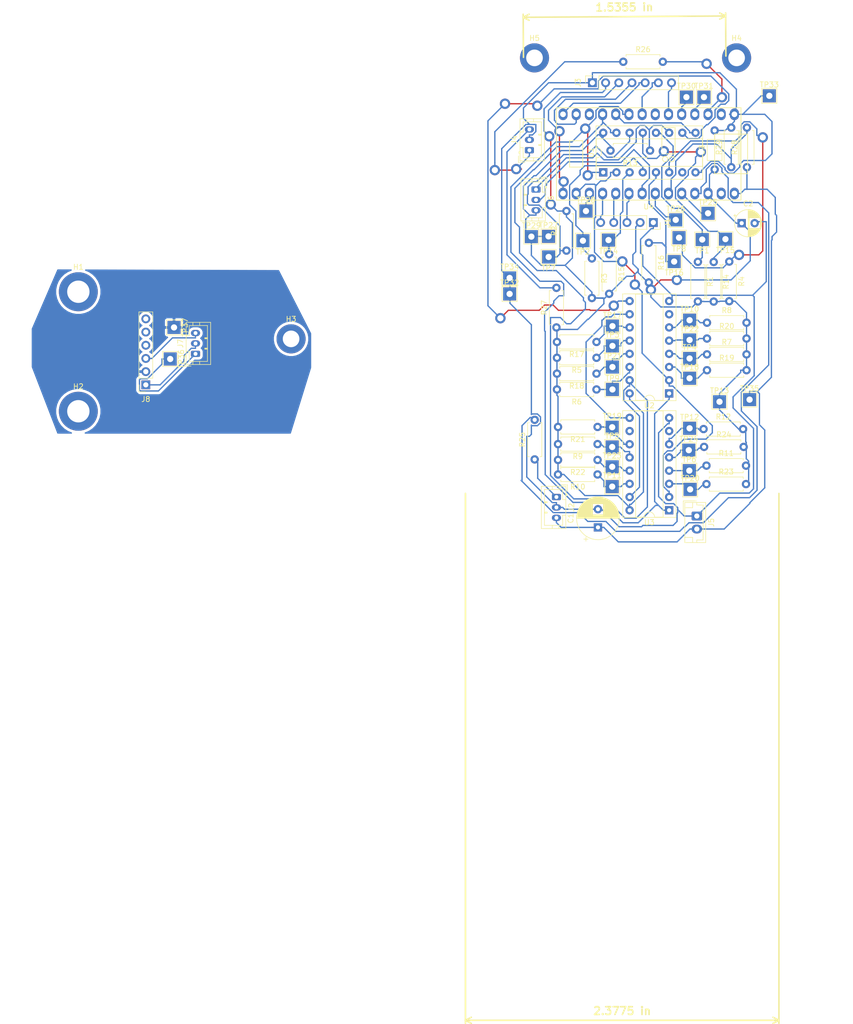
<source format=kicad_pcb>
(kicad_pcb (version 20171130) (host pcbnew 5.1.9+dfsg1-1)
  (layers (0 F.Cu signal) (31 B.Cu signal) (34 B.Paste user) (35 F.Paste user hide) (36 B.SilkS user hide) (37 F.SilkS user) (38 B.Mask user hide) (39 F.Mask user hide) (44 Edge.Cuts user hide))
  (net 0 "")
  (net 1 GND)
  (net 2 "Net-(J1-Pad3)")
  (net 3 "Net-(J2-Pad1)")
  (net 4 "Net-(J1-Pad4)")
  (net 5 "Net-(R25-Pad2)")
  (net 6 "Net-(R26-Pad2)")
  (net 7 "Net-(U1-Pad10)")
  (net 8 +5V)
  (net 9 +3V3)
  (net 10 "Net-(J1-Pad5)")
  (net 11 "Net-(J3-Pad3)")
  (net 12 "Net-(J3-Pad4)")
  (net 13 "Net-(J3-Pad5)")
  (net 14 "Net-(J3-Pad6)")
  (net 15 "Net-(J3-Pad7)")
  (net 16 "Net-(J4-Pad3)")
  (net 17 "Net-(J4-Pad1)")
  (net 18 "Net-(J6-Pad1)")
  (net 19 "Net-(J6-Pad2)")
  (net 20 "Net-(J7-Pad1)")
  (net 21 "Net-(J7-Pad2)")
  (net 22 "Net-(J7-Pad3)")
  (net 23 "Net-(J8-Pad2)")
  (net 24 "Net-(J8-Pad4)")
  (net 25 "Net-(J8-Pad5)")
  (net 26 "Net-(J8-Pad6)")
  (net 27 "Net-(R1-Pad1)")
  (net 28 "Net-(R2-Pad1)")
  (net 29 "Net-(R3-Pad1)")
  (net 30 "Net-(R4-Pad1)")
  (net 31 "Net-(R5-Pad1)")
  (net 32 "Net-(R6-Pad1)")
  (net 33 "Net-(R7-Pad1)")
  (net 34 "Net-(R8-Pad1)")
  (net 35 "Net-(R9-Pad1)")
  (net 36 "Net-(R10-Pad1)")
  (net 37 "Net-(R11-Pad1)")
  (net 38 "Net-(R12-Pad1)")
  (net 39 "Net-(R14-Pad1)")
  (net 40 "Net-(R15-Pad1)")
  (net 41 "Net-(R16-Pad1)")
  (net 42 "Net-(R17-Pad1)")
  (net 43 "Net-(R18-Pad1)")
  (net 44 "Net-(R19-Pad1)")
  (net 45 "Net-(R20-Pad1)")
  (net 46 "Net-(R21-Pad1)")
  (net 47 "Net-(R22-Pad1)")
  (net 48 "Net-(R23-Pad1)")
  (net 49 "Net-(R24-Pad1)")
  (net 50 /batt_check)
  (net 51 "Net-(TP25-Pad1)")
  (net 52 "Net-(TP26-Pad1)")
  (net 53 "Net-(TP28-Pad1)")
  (net 54 "Net-(TP30-Pad1)")
  (net 55 "Net-(TP31-Pad1)")
  (net 56 /SR_SH)
  (net 57 /SR_DO)
  (net 58 /SR_CLK)
  (net 59 "Net-(U1-Pad7)")
  (net 60 /SR_CLK_INH)
  (net 61 "Net-(U2-Pad7)")
  (net 62 "Net-(U2-Pad10)")
  (net 63 "Net-(U3-Pad10)")
  (net 64 "Net-(U3-Pad7)")
  (net 65 "Net-(U4-Pad32)")
  (net 66 "Net-(U4-Pad12)")
  (net 67 "Net-(U4-Pad7)")
  (net 68 "Net-(U4-Pad2)")
  (module TestPoint:TestPoint_THTPad_2.5x2.5mm_Drill1.2mm (layer F.Cu) (at 243.967 51.308)
    (fp_text reference TP25 (at 0 -2.148) (layer F.SilkS))
    (fp_text value A8)
    (pad 1 thru_hole rect (at 0 0) (size 2.5 2.5) (drill 1.2) (layers *.Cu *.Mask) (net 51 "Net-(TP25-Pad1)"))
  )
  (module Resistor_THT:R_Axial_DIN0207_L6.3mm_D2.5mm_P7.62mm_Horizontal (layer F.Cu) (at 227.6348 22.1488)
    (fp_text reference R26 (at 3.81 -2.37) (layer F.SilkS))
    (fp_text value 10)
    (pad 1 thru_hole circle (at 0 0) (size 1.6 1.6) (drill 0.8) (layers *.Cu *.Mask) (net 17 "Net-(J4-Pad1)"))
    (pad 2 thru_hole oval (at 7.62 0) (size 1.6 1.6) (drill 0.8) (layers *.Cu *.Mask) (net 6 "Net-(R26-Pad2)"))
  )
  (module teensy:Teensy30_31_32_breadboard_friendly_hand_soldering (layer F.Cu) (at 232.537 39.878 180)
    (fp_text reference U4 (at 0 -10.16) (layer F.SilkS))
    (fp_text value Teensy3.2_breadboard_friendly)
    (pad 20 thru_hole oval (at 16.51 -7.62 180) (size 1.7272 2.25) (drill 1.1) (layers *.Cu *.Mask) (net 11 "Net-(J3-Pad3)"))
    (pad 14 thru_hole oval (at 16.51 7.62 180) (size 1.7272 2.25) (drill 1.1) (layers *.Cu *.Mask) (net 13 "Net-(J3-Pad5)"))
    (pad 21 thru_hole oval (at 13.97 -7.62 180) (size 1.7272 2.25) (drill 1.1) (layers *.Cu *.Mask) (net 58 /SR_CLK))
    (pad 22 thru_hole oval (at 11.43 -7.62 180) (size 1.7272 2.25) (drill 1.1) (layers *.Cu *.Mask) (net 53 "Net-(TP28-Pad1)"))
    (pad 23 thru_hole oval (at 8.89 -7.62 180) (size 1.7272 2.25) (drill 1.1) (layers *.Cu *.Mask) (net 10 "Net-(J1-Pad5)"))
    (pad 24 thru_hole oval (at 6.35 -7.62 180) (size 1.7272 2.25) (drill 1.1) (layers *.Cu *.Mask) (net 4 "Net-(J1-Pad4)"))
    (pad 25 thru_hole oval (at 3.81 -7.62 180) (size 1.7272 2.25) (drill 1.1) (layers *.Cu *.Mask) (net 2 "Net-(J1-Pad3)"))
    (pad 26 thru_hole oval (at 1.27 -7.62 180) (size 1.7272 2.25) (drill 1.1) (layers *.Cu *.Mask) (net 19 "Net-(J6-Pad2)"))
    (pad 27 thru_hole oval (at -1.27 -7.62 180) (size 1.7272 2.25) (drill 1.1) (layers *.Cu *.Mask) (net 52 "Net-(TP26-Pad1)"))
    (pad 28 thru_hole oval (at -3.81 -7.62 180) (size 1.7272 2.25) (drill 1.1) (layers *.Cu *.Mask) (net 50 /batt_check))
    (pad 29 thru_hole oval (at -6.35 -7.62 180) (size 1.7272 2.25) (drill 1.1) (layers *.Cu *.Mask) (net 51 "Net-(TP25-Pad1)"))
    (pad 30 thru_hole oval (at -8.89 -7.62 180) (size 1.7272 2.25) (drill 1.1) (layers *.Cu *.Mask) (net 5 "Net-(R25-Pad2)"))
    (pad 31 thru_hole oval (at -11.43 -7.62 180) (size 1.7272 2.25) (drill 1.1) (layers *.Cu *.Mask) (net 9 +3V3))
    (pad 32 thru_hole oval (at -13.97 -7.62 180) (size 1.7272 2.25) (drill 1.1) (layers *.Cu *.Mask) (net 65 "Net-(U4-Pad32)"))
    (pad 33 thru_hole oval (at -16.51 -7.62 180) (size 1.7272 2.25) (drill 1.1) (layers *.Cu *.Mask) (net 8 +5V))
    (pad 13 thru_hole oval (at 13.97 7.62 180) (size 1.7272 2.25) (drill 1.1) (layers *.Cu *.Mask) (net 12 "Net-(J3-Pad4)"))
    (pad 12 thru_hole oval (at 11.43 7.62 180) (size 1.7272 2.25) (drill 1.1) (layers *.Cu *.Mask) (net 66 "Net-(U4-Pad12)"))
    (pad 11 thru_hole oval (at 8.89 7.62 180) (size 1.7272 2.25) (drill 1.1) (layers *.Cu *.Mask) (net 60 /SR_CLK_INH))
    (pad 10 thru_hole oval (at 6.35 7.62 180) (size 1.7272 2.25) (drill 1.1) (layers *.Cu *.Mask) (net 57 /SR_DO))
    (pad 9 thru_hole oval (at 3.81 7.62 180) (size 1.7272 2.25) (drill 1.1) (layers *.Cu *.Mask) (net 56 /SR_SH))
    (pad 8 thru_hole oval (at 1.27 7.62 180) (size 1.7272 2.25) (drill 1.1) (layers *.Cu *.Mask) (net 14 "Net-(J3-Pad6)"))
    (pad 7 thru_hole oval (at -1.27 7.62 180) (size 1.7272 2.25) (drill 1.1) (layers *.Cu *.Mask) (net 67 "Net-(U4-Pad7)"))
    (pad 6 thru_hole oval (at -3.81 7.62 180) (size 1.7272 2.25) (drill 1.1) (layers *.Cu *.Mask) (net 15 "Net-(J3-Pad7)"))
    (pad 5 thru_hole oval (at -6.35 7.62 180) (size 1.7272 2.25) (drill 1.1) (layers *.Cu *.Mask) (net 54 "Net-(TP30-Pad1)"))
    (pad 4 thru_hole oval (at -8.89 7.62 180) (size 1.7272 2.25) (drill 1.1) (layers *.Cu *.Mask) (net 55 "Net-(TP31-Pad1)"))
    (pad 3 thru_hole oval (at -11.43 7.62 180) (size 1.7272 2.25) (drill 1.1) (layers *.Cu *.Mask) (net 6 "Net-(R26-Pad2)"))
    (pad 2 thru_hole oval (at -13.97 7.62 180) (size 1.7272 2.25) (drill 1.1) (layers *.Cu *.Mask) (net 68 "Net-(U4-Pad2)"))
    (pad 1 thru_hole oval (at -16.51 7.62 180) (size 1.7272 2.25) (drill 1.1) (layers *.Cu *.Mask) (net 1 GND))
  )
  (module TestPoint:TestPoint_THTPad_2.5x2.5mm_Drill1.2mm (layer F.Cu) (at 238.379 56.007 180)
    (fp_text reference TP8 (at 0 -2.148) (layer F.SilkS))
    (fp_text value T8)
    (pad 1 thru_hole rect (at 0 0 180) (size 2.5 2.5) (drill 1.2) (layers *.Cu *.Mask) (net 30 "Net-(R4-Pad1)"))
  )
  (module TestPoint:TestPoint_THTPad_2.5x2.5mm_Drill1.2mm (layer F.Cu) (at 246.177 87.5792)
    (fp_text reference TP13 (at 0 -2.148) (layer F.SilkS))
    (fp_text value 3.3)
    (pad 1 thru_hole rect (at 0 0) (size 2.5 2.5) (drill 1.2) (layers *.Cu *.Mask) (net 9 +3V3))
  )
  (module Capacitor_THT:CP_Radial_D8.0mm_P3.50mm (layer F.Cu) (at 222.758 111.76 90)
    (fp_text reference C1 (at 1.75 -5.25 90) (layer F.SilkS))
    (fp_text value "1000u Ch")
    (pad 1 thru_hole rect (at 0 0 90) (size 1.6 1.6) (drill 0.8) (layers *.Cu *.Mask) (net 8 +5V))
    (pad 2 thru_hole circle (at 3.5 0 90) (size 1.6 1.6) (drill 0.8) (layers *.Cu *.Mask) (net 1 GND))
  )
  (module Package_DIP:DIP-16_W7.62mm_Socket (layer F.Cu) (at 236.474 85.979 180)
    (fp_text reference U2 (at 3.81 -2.33) (layer F.SilkS))
    (fp_text value 74HC165)
    (pad 16 thru_hole oval (at 7.62 0 180) (size 1.6 1.6) (drill 0.8) (layers *.Cu *.Mask) (net 9 +3V3))
    (pad 8 thru_hole oval (at 0 17.78 180) (size 1.6 1.6) (drill 0.8) (layers *.Cu *.Mask) (net 1 GND))
    (pad 15 thru_hole oval (at 7.62 2.54 180) (size 1.6 1.6) (drill 0.8) (layers *.Cu *.Mask) (net 60 /SR_CLK_INH))
    (pad 7 thru_hole oval (at 0 15.24 180) (size 1.6 1.6) (drill 0.8) (layers *.Cu *.Mask) (net 61 "Net-(U2-Pad7)"))
    (pad 14 thru_hole oval (at 7.62 5.08 180) (size 1.6 1.6) (drill 0.8) (layers *.Cu *.Mask) (net 32 "Net-(R6-Pad1)"))
    (pad 6 thru_hole oval (at 0 12.7 180) (size 1.6 1.6) (drill 0.8) (layers *.Cu *.Mask) (net 34 "Net-(R8-Pad1)"))
    (pad 13 thru_hole oval (at 7.62 7.62 180) (size 1.6 1.6) (drill 0.8) (layers *.Cu *.Mask) (net 43 "Net-(R18-Pad1)"))
    (pad 5 thru_hole oval (at 0 10.16 180) (size 1.6 1.6) (drill 0.8) (layers *.Cu *.Mask) (net 45 "Net-(R20-Pad1)"))
    (pad 12 thru_hole oval (at 7.62 10.16 180) (size 1.6 1.6) (drill 0.8) (layers *.Cu *.Mask) (net 31 "Net-(R5-Pad1)"))
    (pad 4 thru_hole oval (at 0 7.62 180) (size 1.6 1.6) (drill 0.8) (layers *.Cu *.Mask) (net 33 "Net-(R7-Pad1)"))
    (pad 11 thru_hole oval (at 7.62 12.7 180) (size 1.6 1.6) (drill 0.8) (layers *.Cu *.Mask) (net 42 "Net-(R17-Pad1)"))
    (pad 3 thru_hole oval (at 0 5.08 180) (size 1.6 1.6) (drill 0.8) (layers *.Cu *.Mask) (net 44 "Net-(R19-Pad1)"))
    (pad 10 thru_hole oval (at 7.62 15.24 180) (size 1.6 1.6) (drill 0.8) (layers *.Cu *.Mask) (net 62 "Net-(U2-Pad10)"))
    (pad 2 thru_hole oval (at 0 2.54 180) (size 1.6 1.6) (drill 0.8) (layers *.Cu *.Mask) (net 58 /SR_CLK))
    (pad 9 thru_hole oval (at 7.62 17.78 180) (size 1.6 1.6) (drill 0.8) (layers *.Cu *.Mask) (net 7 "Net-(U1-Pad10)"))
    (pad 1 thru_hole rect (at 0 0 180) (size 1.6 1.6) (drill 0.8) (layers *.Cu *.Mask) (net 56 /SR_SH))
  )
  (module Capacitor_THT:CP_Radial_D5.0mm_P2.50mm (layer F.Cu) (at 250.444 53.213)
    (fp_text reference C2 (at 1.25 -3.75) (layer F.SilkS))
    (fp_text value 100u)
    (pad 1 thru_hole rect (at 0 0) (size 1.6 1.6) (drill 0.8) (layers *.Cu *.Mask) (net 9 +3V3))
    (pad 2 thru_hole circle (at 2.5 0) (size 1.6 1.6) (drill 0.8) (layers *.Cu *.Mask) (net 1 GND))
  )
  (module Capacitor_THT:C_Axial_L3.8mm_D2.6mm_P7.50mm_Horizontal (layer F.Cu) (at 245.237 42.8752 90)
    (fp_text reference C3 (at 3.75 -2.42 90) (layer F.SilkS))
    (fp_text value "0.1 ceram")
    (pad 1 thru_hole circle (at 0 0 90) (size 1.6 1.6) (drill 0.8) (layers *.Cu *.Mask) (net 9 +3V3))
    (pad 2 thru_hole oval (at 7.5 0 90) (size 1.6 1.6) (drill 0.8) (layers *.Cu *.Mask) (net 1 GND))
  )
  (module Connector_JST:JST_PH_B3B-PH-K_1x03_P2.00mm_Vertical (layer F.Cu) (at 145.224 78.359 90)
    (fp_text reference J7 (at 2 -2.9 90) (layer F.SilkS))
    (fp_text value Conn_01x03_Female)
    (pad 1 thru_hole roundrect (at 0 0 90) (size 1.2 1.75) (drill 0.75) (layers *.Cu *.Mask) (roundrect_rratio 0.2083325) (net 20 "Net-(J7-Pad1)"))
    (pad 2 thru_hole oval (at 2 0 90) (size 1.2 1.75) (drill 0.75) (layers *.Cu *.Mask) (net 21 "Net-(J7-Pad2)"))
    (pad 3 thru_hole oval (at 4 0 90) (size 1.2 1.75) (drill 0.75) (layers *.Cu *.Mask) (net 22 "Net-(J7-Pad3)"))
  )
  (module Connector_PinSocket_2.54mm:PinSocket_1x06_P2.54mm_Vertical (layer F.Cu) (at 135.649 84.328 180)
    (fp_text reference J8 (at 0 -2.77) (layer F.SilkS))
    (fp_text value MXP5010)
    (pad 1 thru_hole rect (at 0 0 180) (size 1.7 1.7) (drill 1) (layers *.Cu *.Mask) (net 21 "Net-(J7-Pad2)"))
    (pad 2 thru_hole oval (at 0 2.54 180) (size 1.7 1.7) (drill 1) (layers *.Cu *.Mask) (net 23 "Net-(J8-Pad2)"))
    (pad 3 thru_hole oval (at 0 5.08 180) (size 1.7 1.7) (drill 1) (layers *.Cu *.Mask) (net 22 "Net-(J7-Pad3)"))
    (pad 4 thru_hole oval (at 0 7.62 180) (size 1.7 1.7) (drill 1) (layers *.Cu *.Mask) (net 24 "Net-(J8-Pad4)"))
    (pad 5 thru_hole oval (at 0 10.16 180) (size 1.7 1.7) (drill 1) (layers *.Cu *.Mask) (net 25 "Net-(J8-Pad5)"))
    (pad 6 thru_hole oval (at 0 12.7 180) (size 1.7 1.7) (drill 1) (layers *.Cu *.Mask) (net 26 "Net-(J8-Pad6)"))
  )
  (module TestPoint:TestPoint_THTPad_2.5x2.5mm_Drill1.2mm (layer F.Cu) (at 242.849 56.3626 180)
    (fp_text reference TP1 (at 0 -2.148) (layer F.SilkS))
    (fp_text value T2)
    (pad 1 thru_hole rect (at 0 0 180) (size 2.5 2.5) (drill 1.2) (layers *.Cu *.Mask) (net 27 "Net-(R1-Pad1)"))
  )
  (module TestPoint:TestPoint_THTPad_2.5x2.5mm_Drill1.2mm (layer F.Cu) (at 219.862 56.5912 180)
    (fp_text reference TP2 (at 0 -2.148) (layer F.SilkS))
    (fp_text value T6)
    (pad 1 thru_hole rect (at 0 0 180) (size 2.5 2.5) (drill 1.2) (layers *.Cu *.Mask) (net 29 "Net-(R3-Pad1)"))
  )
  (module TestPoint:TestPoint_THTPad_2.5x2.5mm_Drill1.2mm (layer F.Cu) (at 225.552 76.835)
    (fp_text reference TP3 (at 0 -2.148) (layer F.SilkS))
    (fp_text value T10)
    (pad 1 thru_hole rect (at 0 0) (size 2.5 2.5) (drill 1.2) (layers *.Cu *.Mask) (net 31 "Net-(R5-Pad1)"))
  )
  (module TestPoint:TestPoint_THTPad_2.5x2.5mm_Drill1.2mm (layer F.Cu) (at 240.411 79.248)
    (fp_text reference TP4 (at 0 -2.148) (layer F.SilkS))
    (fp_text value T14)
    (pad 1 thru_hole rect (at 0 0) (size 2.5 2.5) (drill 1.2) (layers *.Cu *.Mask) (net 33 "Net-(R7-Pad1)"))
  )
  (module TestPoint:TestPoint_THTPad_2.5x2.5mm_Drill1.2mm (layer F.Cu) (at 225.501 96.2914)
    (fp_text reference TP5 (at 0 -2.148) (layer F.SilkS))
    (fp_text value T18)
    (pad 1 thru_hole rect (at 0 0) (size 2.5 2.5) (drill 1.2) (layers *.Cu *.Mask) (net 35 "Net-(R9-Pad1)"))
  )
  (module TestPoint:TestPoint_THTPad_2.5x2.5mm_Drill1.2mm (layer F.Cu) (at 240.36 100.838)
    (fp_text reference TP6 (at 0 -2.148) (layer F.SilkS))
    (fp_text value T22)
    (pad 1 thru_hole rect (at 0 0) (size 2.5 2.5) (drill 1.2) (layers *.Cu *.Mask) (net 37 "Net-(R11-Pad1)"))
  )
  (module TestPoint:TestPoint_THTPad_2.5x2.5mm_Drill1.2mm (layer F.Cu) (at 213.258 59.7154 180)
    (fp_text reference TP7 (at 0 -2.148) (layer F.SilkS))
    (fp_text value T4)
    (pad 1 thru_hole rect (at 0 0 180) (size 2.5 2.5) (drill 1.2) (layers *.Cu *.Mask) (net 28 "Net-(R2-Pad1)"))
  )
  (module TestPoint:TestPoint_THTPad_2.5x2.5mm_Drill1.2mm (layer F.Cu) (at 225.552 85.217)
    (fp_text reference TP9 (at 0 -2.148) (layer F.SilkS))
    (fp_text value T12)
    (pad 1 thru_hole rect (at 0 0) (size 2.5 2.5) (drill 1.2) (layers *.Cu *.Mask) (net 32 "Net-(R6-Pad1)"))
  )
  (module TestPoint:TestPoint_THTPad_2.5x2.5mm_Drill1.2mm (layer F.Cu) (at 240.411 71.882)
    (fp_text reference TP10 (at 0 -2.148) (layer F.SilkS))
    (fp_text value T16)
    (pad 1 thru_hole rect (at 0 0) (size 2.5 2.5) (drill 1.2) (layers *.Cu *.Mask) (net 34 "Net-(R8-Pad1)"))
  )
  (module TestPoint:TestPoint_THTPad_2.5x2.5mm_Drill1.2mm (layer F.Cu) (at 225.501 103.911)
    (fp_text reference TP11 (at 0 -2.148) (layer F.SilkS))
    (fp_text value T20)
    (pad 1 thru_hole rect (at 0 0) (size 2.5 2.5) (drill 1.2) (layers *.Cu *.Mask) (net 36 "Net-(R10-Pad1)"))
  )
  (module TestPoint:TestPoint_THTPad_2.5x2.5mm_Drill1.2mm (layer F.Cu) (at 240.411 92.6846)
    (fp_text reference TP12 (at 0 -2.148) (layer F.SilkS))
    (fp_text value T24)
    (pad 1 thru_hole rect (at 0 0) (size 2.5 2.5) (drill 1.2) (layers *.Cu *.Mask) (net 38 "Net-(R12-Pad1)"))
  )
  (module TestPoint:TestPoint_THTPad_2.5x2.5mm_Drill1.2mm (layer F.Cu) (at 224.79 56.4642 180)
    (fp_text reference TP14 (at 0 -2.148) (layer F.SilkS))
    (fp_text value T5)
    (pad 1 thru_hole rect (at 0 0 180) (size 2.5 2.5) (drill 1.2) (layers *.Cu *.Mask) (net 40 "Net-(R15-Pad1)"))
  )
  (module TestPoint:TestPoint_THTPad_2.5x2.5mm_Drill1.2mm (layer F.Cu) (at 247.32 56.2864 180)
    (fp_text reference TP15 (at 0 -2.148) (layer F.SilkS))
    (fp_text value T3)
    (pad 1 thru_hole rect (at 0 0 180) (size 2.5 2.5) (drill 1.2) (layers *.Cu *.Mask) (net 39 "Net-(R14-Pad1)"))
  )
  (module TestPoint:TestPoint_THTPad_2.5x2.5mm_Drill1.2mm (layer F.Cu) (at 237.439 60.6044 180)
    (fp_text reference TP16 (at 0 -2.148) (layer F.SilkS))
    (fp_text value T7)
    (pad 1 thru_hole rect (at 0 0 180) (size 2.5 2.5) (drill 1.2) (layers *.Cu *.Mask) (net 41 "Net-(R16-Pad1)"))
  )
  (module TestPoint:TestPoint_THTPad_2.5x2.5mm_Drill1.2mm (layer F.Cu) (at 225.552 73.025)
    (fp_text reference TP17 (at 0 -2.148) (layer F.SilkS))
    (fp_text value T9)
    (pad 1 thru_hole rect (at 0 0) (size 2.5 2.5) (drill 1.2) (layers *.Cu *.Mask) (net 42 "Net-(R17-Pad1)"))
  )
  (module TestPoint:TestPoint_THTPad_2.5x2.5mm_Drill1.2mm (layer F.Cu) (at 240.411 83.058)
    (fp_text reference TP18 (at 0 -2.148) (layer F.SilkS))
    (fp_text value T13)
    (pad 1 thru_hole rect (at 0 0) (size 2.5 2.5) (drill 1.2) (layers *.Cu *.Mask) (net 44 "Net-(R19-Pad1)"))
  )
  (module TestPoint:TestPoint_THTPad_2.5x2.5mm_Drill1.2mm (layer F.Cu) (at 225.501 92.4814)
    (fp_text reference TP19 (at 0 -2.148) (layer F.SilkS))
    (fp_text value T17)
    (pad 1 thru_hole rect (at 0 0) (size 2.5 2.5) (drill 1.2) (layers *.Cu *.Mask) (net 46 "Net-(R21-Pad1)"))
  )
  (module TestPoint:TestPoint_THTPad_2.5x2.5mm_Drill1.2mm (layer F.Cu) (at 240.513 104.445)
    (fp_text reference TP20 (at 0 -2.148) (layer F.SilkS))
    (fp_text value T21)
    (pad 1 thru_hole rect (at 0 0) (size 2.5 2.5) (drill 1.2) (layers *.Cu *.Mask) (net 48 "Net-(R23-Pad1)"))
  )
  (module TestPoint:TestPoint_THTPad_2.5x2.5mm_Drill1.2mm (layer F.Cu) (at 225.552 80.899)
    (fp_text reference TP21 (at 0 -2.148) (layer F.SilkS))
    (fp_text value T11)
    (pad 1 thru_hole rect (at 0 0) (size 2.5 2.5) (drill 1.2) (layers *.Cu *.Mask) (net 43 "Net-(R18-Pad1)"))
  )
  (module TestPoint:TestPoint_THTPad_2.5x2.5mm_Drill1.2mm (layer F.Cu) (at 240.411 75.692)
    (fp_text reference TP22 (at 0 -2.148) (layer F.SilkS))
    (fp_text value T15)
    (pad 1 thru_hole rect (at 0 0) (size 2.5 2.5) (drill 1.2) (layers *.Cu *.Mask) (net 45 "Net-(R20-Pad1)"))
  )
  (module TestPoint:TestPoint_THTPad_2.5x2.5mm_Drill1.2mm (layer F.Cu) (at 225.501 100.101)
    (fp_text reference TP23 (at 0 -2.148) (layer F.SilkS))
    (fp_text value T19)
    (pad 1 thru_hole rect (at 0 0) (size 2.5 2.5) (drill 1.2) (layers *.Cu *.Mask) (net 47 "Net-(R22-Pad1)"))
  )
  (module TestPoint:TestPoint_THTPad_2.5x2.5mm_Drill1.2mm (layer F.Cu) (at 240.258 96.901)
    (fp_text reference TP24 (at 0 -2.148) (layer F.SilkS))
    (fp_text value T23)
    (pad 1 thru_hole rect (at 0 0) (size 2.5 2.5) (drill 1.2) (layers *.Cu *.Mask) (net 49 "Net-(R24-Pad1)"))
  )
  (module TestPoint:TestPoint_THTPad_2.5x2.5mm_Drill1.2mm (layer F.Cu) (at 237.744 52.578)
    (fp_text reference TP26 (at 0 -2.148) (layer F.SilkS))
    (fp_text value A6)
    (pad 1 thru_hole rect (at 0 0) (size 2.5 2.5) (drill 1.2) (layers *.Cu *.Mask) (net 52 "Net-(TP26-Pad1)"))
  )
  (module TestPoint:TestPoint_THTPad_2.5x2.5mm_Drill1.2mm (layer F.Cu) (at 220.447 50.8762)
    (fp_text reference TP28 (at 0 -2.148) (layer F.SilkS))
    (fp_text value A1)
    (pad 1 thru_hole rect (at 0 0) (size 2.5 2.5) (drill 1.2) (layers *.Cu *.Mask) (net 53 "Net-(TP28-Pad1)"))
  )
  (module TestPoint:TestPoint_THTPad_2.5x2.5mm_Drill1.2mm (layer F.Cu) (at 239.801 28.956)
    (fp_text reference TP30 (at 0 -2.148) (layer F.SilkS))
    (fp_text value D3)
    (pad 1 thru_hole rect (at 0 0) (size 2.5 2.5) (drill 1.2) (layers *.Cu *.Mask) (net 54 "Net-(TP30-Pad1)"))
  )
  (module TestPoint:TestPoint_THTPad_2.5x2.5mm_Drill1.2mm (layer F.Cu) (at 243.18 28.956)
    (fp_text reference TP31 (at 0 -2.148) (layer F.SilkS))
    (fp_text value D2)
    (pad 1 thru_hole rect (at 0 0) (size 2.5 2.5) (drill 1.2) (layers *.Cu *.Mask) (net 55 "Net-(TP31-Pad1)"))
  )
  (module TestPoint:TestPoint_THTPad_2.5x2.5mm_Drill1.2mm (layer F.Cu) (at 140.348 79.3496 270)
    (fp_text reference TP36 (at 0 -2.148 90) (layer F.SilkS))
    (fp_text value Octave)
    (pad 1 thru_hole rect (at 0 0 270) (size 2.5 2.5) (drill 1.2) (layers *.Cu *.Mask) (net 20 "Net-(J7-Pad1)"))
  )
  (module TestPoint:TestPoint_THTPad_2.5x2.5mm_Drill1.2mm (layer F.Cu) (at 141.084 73.279 270)
    (fp_text reference TP37 (at 0 -2.148 90) (layer F.SilkS))
    (fp_text value GND)
    (pad 1 thru_hole rect (at 0 0 270) (size 2.5 2.5) (drill 1.2) (layers *.Cu *.Mask) (net 23 "Net-(J8-Pad2)"))
  )
  (module Package_DIP:DIP-16_W7.62mm_Socket (layer F.Cu) (at 223.774 43.434 90)
    (fp_text reference U1 (at 3.81 -2.33 90) (layer F.SilkS))
    (fp_text value 74HC165)
    (pad 1 thru_hole rect (at 0 0 90) (size 1.6 1.6) (drill 0.8) (layers *.Cu *.Mask) (net 56 /SR_SH))
    (pad 9 thru_hole oval (at 7.62 17.78 90) (size 1.6 1.6) (drill 0.8) (layers *.Cu *.Mask) (net 57 /SR_DO))
    (pad 2 thru_hole oval (at 0 2.54 90) (size 1.6 1.6) (drill 0.8) (layers *.Cu *.Mask) (net 58 /SR_CLK))
    (pad 10 thru_hole oval (at 7.62 15.24 90) (size 1.6 1.6) (drill 0.8) (layers *.Cu *.Mask) (net 7 "Net-(U1-Pad10)"))
    (pad 3 thru_hole oval (at 0 5.08 90) (size 1.6 1.6) (drill 0.8) (layers *.Cu *.Mask) (net 40 "Net-(R15-Pad1)"))
    (pad 11 thru_hole oval (at 7.62 12.7 90) (size 1.6 1.6) (drill 0.8) (layers *.Cu *.Mask) (net 18 "Net-(J6-Pad1)"))
    (pad 4 thru_hole oval (at 0 7.62 90) (size 1.6 1.6) (drill 0.8) (layers *.Cu *.Mask) (net 29 "Net-(R3-Pad1)"))
    (pad 12 thru_hole oval (at 7.62 10.16 90) (size 1.6 1.6) (drill 0.8) (layers *.Cu *.Mask) (net 27 "Net-(R1-Pad1)"))
    (pad 5 thru_hole oval (at 0 10.16 90) (size 1.6 1.6) (drill 0.8) (layers *.Cu *.Mask) (net 41 "Net-(R16-Pad1)"))
    (pad 13 thru_hole oval (at 7.62 7.62 90) (size 1.6 1.6) (drill 0.8) (layers *.Cu *.Mask) (net 39 "Net-(R14-Pad1)"))
    (pad 6 thru_hole oval (at 0 12.7 90) (size 1.6 1.6) (drill 0.8) (layers *.Cu *.Mask) (net 30 "Net-(R4-Pad1)"))
    (pad 14 thru_hole oval (at 7.62 5.08 90) (size 1.6 1.6) (drill 0.8) (layers *.Cu *.Mask) (net 28 "Net-(R2-Pad1)"))
    (pad 7 thru_hole oval (at 0 15.24 90) (size 1.6 1.6) (drill 0.8) (layers *.Cu *.Mask) (net 59 "Net-(U1-Pad7)"))
    (pad 15 thru_hole oval (at 7.62 2.54 90) (size 1.6 1.6) (drill 0.8) (layers *.Cu *.Mask) (net 60 /SR_CLK_INH))
    (pad 8 thru_hole oval (at 0 17.78 90) (size 1.6 1.6) (drill 0.8) (layers *.Cu *.Mask) (net 1 GND))
    (pad 16 thru_hole oval (at 7.62 0 90) (size 1.6 1.6) (drill 0.8) (layers *.Cu *.Mask) (net 9 +3V3))
  )
  (module Package_DIP:DIP-16_W7.62mm_Socket (layer F.Cu) (at 236.474 108.458 180)
    (fp_text reference U3 (at 3.81 -2.33) (layer F.SilkS))
    (fp_text value 74HC165)
    (pad 1 thru_hole rect (at 0 0 180) (size 1.6 1.6) (drill 0.8) (layers *.Cu *.Mask) (net 56 /SR_SH))
    (pad 9 thru_hole oval (at 7.62 17.78 180) (size 1.6 1.6) (drill 0.8) (layers *.Cu *.Mask) (net 62 "Net-(U2-Pad10)"))
    (pad 2 thru_hole oval (at 0 2.54 180) (size 1.6 1.6) (drill 0.8) (layers *.Cu *.Mask) (net 58 /SR_CLK))
    (pad 10 thru_hole oval (at 7.62 15.24 180) (size 1.6 1.6) (drill 0.8) (layers *.Cu *.Mask) (net 63 "Net-(U3-Pad10)"))
    (pad 3 thru_hole oval (at 0 5.08 180) (size 1.6 1.6) (drill 0.8) (layers *.Cu *.Mask) (net 48 "Net-(R23-Pad1)"))
    (pad 11 thru_hole oval (at 7.62 12.7 180) (size 1.6 1.6) (drill 0.8) (layers *.Cu *.Mask) (net 46 "Net-(R21-Pad1)"))
    (pad 4 thru_hole oval (at 0 7.62 180) (size 1.6 1.6) (drill 0.8) (layers *.Cu *.Mask) (net 37 "Net-(R11-Pad1)"))
    (pad 12 thru_hole oval (at 7.62 10.16 180) (size 1.6 1.6) (drill 0.8) (layers *.Cu *.Mask) (net 35 "Net-(R9-Pad1)"))
    (pad 5 thru_hole oval (at 0 10.16 180) (size 1.6 1.6) (drill 0.8) (layers *.Cu *.Mask) (net 49 "Net-(R24-Pad1)"))
    (pad 13 thru_hole oval (at 7.62 7.62 180) (size 1.6 1.6) (drill 0.8) (layers *.Cu *.Mask) (net 47 "Net-(R22-Pad1)"))
    (pad 6 thru_hole oval (at 0 12.7 180) (size 1.6 1.6) (drill 0.8) (layers *.Cu *.Mask) (net 38 "Net-(R12-Pad1)"))
    (pad 14 thru_hole oval (at 7.62 5.08 180) (size 1.6 1.6) (drill 0.8) (layers *.Cu *.Mask) (net 36 "Net-(R10-Pad1)"))
    (pad 7 thru_hole oval (at 0 15.24 180) (size 1.6 1.6) (drill 0.8) (layers *.Cu *.Mask) (net 64 "Net-(U3-Pad7)"))
    (pad 15 thru_hole oval (at 7.62 2.54 180) (size 1.6 1.6) (drill 0.8) (layers *.Cu *.Mask) (net 60 /SR_CLK_INH))
    (pad 8 thru_hole oval (at 0 17.78 180) (size 1.6 1.6) (drill 0.8) (layers *.Cu *.Mask) (net 1 GND))
    (pad 16 thru_hole oval (at 7.62 0 180) (size 1.6 1.6) (drill 0.8) (layers *.Cu *.Mask) (net 9 +3V3))
  )
  (module Connector_PinSocket_2.54mm:PinSocket_1x05_P2.54mm_Vertical (layer F.Cu) (at 233.426 53.086 270)
    (fp_text reference J1 (at 0 -2.77 90) (layer F.SilkS))
    (fp_text value joystick)
    (pad 1 thru_hole rect (at 0 0 270) (size 1.7 1.7) (drill 1) (layers *.Cu *.Mask) (net 1 GND))
    (pad 2 thru_hole oval (at 0 2.54 270) (size 1.7 1.7) (drill 1) (layers *.Cu *.Mask) (net 9 +3V3))
    (pad 3 thru_hole oval (at 0 5.08 270) (size 1.7 1.7) (drill 1) (layers *.Cu *.Mask) (net 2 "Net-(J1-Pad3)"))
    (pad 4 thru_hole oval (at 0 7.62 270) (size 1.7 1.7) (drill 1) (layers *.Cu *.Mask) (net 4 "Net-(J1-Pad4)"))
    (pad 5 thru_hole oval (at 0 10.16 270) (size 1.7 1.7) (drill 1) (layers *.Cu *.Mask) (net 10 "Net-(J1-Pad5)"))
  )
  (module Connector_JST:JST_PH_B3B-PH-K_1x03_P2.00mm_Vertical (layer F.Cu) (at 214.757 105.918 270)
    (fp_text reference J2 (at 2 -2.9 90) (layer F.SilkS))
    (fp_text value "LED strip")
    (pad 1 thru_hole roundrect (at 0 0 270) (size 1.2 1.75) (drill 0.75) (layers *.Cu *.Mask) (roundrect_rratio 0.2083325) (net 3 "Net-(J2-Pad1)"))
    (pad 2 thru_hole oval (at 2 0 270) (size 1.2 1.75) (drill 0.75) (layers *.Cu *.Mask) (net 1 GND))
    (pad 3 thru_hole oval (at 4 0 270) (size 1.2 1.75) (drill 0.75) (layers *.Cu *.Mask) (net 8 +5V))
  )
  (module Connector_PinSocket_2.54mm:PinSocket_1x07_P2.54mm_Vertical (layer F.Cu) (at 221.691 26.1874 90)
    (fp_text reference J3 (at 0 -2.77 90) (layer F.SilkS))
    (fp_text value "SSD1306 SPI")
    (pad 1 thru_hole rect (at 0 0 90) (size 1.7 1.7) (drill 1) (layers *.Cu *.Mask) (net 1 GND))
    (pad 2 thru_hole oval (at 0 2.54 90) (size 1.7 1.7) (drill 1) (layers *.Cu *.Mask) (net 9 +3V3))
    (pad 3 thru_hole oval (at 0 5.08 90) (size 1.7 1.7) (drill 1) (layers *.Cu *.Mask) (net 11 "Net-(J3-Pad3)"))
    (pad 4 thru_hole oval (at 0 7.62 90) (size 1.7 1.7) (drill 1) (layers *.Cu *.Mask) (net 12 "Net-(J3-Pad4)"))
    (pad 5 thru_hole oval (at 0 10.16 90) (size 1.7 1.7) (drill 1) (layers *.Cu *.Mask) (net 13 "Net-(J3-Pad5)"))
    (pad 6 thru_hole oval (at 0 12.7 90) (size 1.7 1.7) (drill 1) (layers *.Cu *.Mask) (net 14 "Net-(J3-Pad6)"))
    (pad 7 thru_hole oval (at 0 15.24 90) (size 1.7 1.7) (drill 1) (layers *.Cu *.Mask) (net 15 "Net-(J3-Pad7)"))
  )
  (module Connector_JST:JST_PH_B3B-PH-K_1x03_P2.00mm_Vertical (layer F.Cu) (at 209.55 39.1668 90)
    (fp_text reference J4 (at 2 -2.9 90) (layer F.SilkS))
    (fp_text value "Midi Y:M5 - R:M4")
    (pad 3 thru_hole oval (at 4 0 90) (size 1.2 1.75) (drill 0.75) (layers *.Cu *.Mask) (net 16 "Net-(J4-Pad3)"))
    (pad 2 thru_hole oval (at 2 0 90) (size 1.2 1.75) (drill 0.75) (layers *.Cu *.Mask) (net 1 GND))
    (pad 1 thru_hole roundrect (at 0 0 90) (size 1.2 1.75) (drill 0.75) (layers *.Cu *.Mask) (roundrect_rratio 0.2083325) (net 17 "Net-(J4-Pad1)"))
  )
  (module TestPoint:TestPoint_THTPad_2.5x2.5mm_Drill1.2mm (layer F.Cu) (at 213.233 55.753)
    (fp_text reference TP27 (at 0 -2.148) (layer F.SilkS))
    (fp_text value 3.3)
    (pad 1 thru_hole rect (at 0 0) (size 2.5 2.5) (drill 1.2) (layers *.Cu *.Mask) (net 9 +3V3))
  )
  (module TestPoint:TestPoint_THTPad_2.5x2.5mm_Drill1.2mm (layer F.Cu) (at 209.931 55.8038)
    (fp_text reference TP29 (at 0 -2.148) (layer F.SilkS))
    (fp_text value 3.3)
    (pad 1 thru_hole rect (at 0 0) (size 2.5 2.5) (drill 1.2) (layers *.Cu *.Mask) (net 9 +3V3))
  )
  (module Connector_JST:JST_PH_B3B-PH-K_1x03_P2.00mm_Vertical (layer F.Cu) (at 210.82 46.736 270)
    (fp_text reference J6 (at 2 -2.9 90) (layer F.SilkS))
    (fp_text value "Beak - R BK Y")
    (pad 1 thru_hole roundrect (at 0 0 270) (size 1.2 1.75) (drill 0.75) (layers *.Cu *.Mask) (roundrect_rratio 0.2083325) (net 18 "Net-(J6-Pad1)"))
    (pad 2 thru_hole oval (at 2 0 270) (size 1.2 1.75) (drill 0.75) (layers *.Cu *.Mask) (net 19 "Net-(J6-Pad2)"))
    (pad 3 thru_hole oval (at 4 0 270) (size 1.2 1.75) (drill 0.75) (layers *.Cu *.Mask) (net 9 +3V3))
  )
  (module TestPoint:TestPoint_THTPad_2.5x2.5mm_Drill1.2mm (layer F.Cu) (at 205.74 66.8274)
    (fp_text reference TP32 (at 0 -2.148) (layer F.SilkS))
    (fp_text value GND)
    (pad 1 thru_hole rect (at 0 0) (size 2.5 2.5) (drill 1.2) (layers *.Cu *.Mask) (net 1 GND))
  )
  (module TestPoint:TestPoint_THTPad_2.5x2.5mm_Drill1.2mm (layer F.Cu) (at 255.778 28.702)
    (fp_text reference TP33 (at 0 -2.148) (layer F.SilkS))
    (fp_text value GND)
    (pad 1 thru_hole rect (at 0 0) (size 2.5 2.5) (drill 1.2) (layers *.Cu *.Mask) (net 1 GND))
  )
  (module TestPoint:TestPoint_THTPad_2.5x2.5mm_Drill1.2mm (layer F.Cu) (at 205.74 63.754)
    (fp_text reference TP34 (at 0 -2.148) (layer F.SilkS))
    (fp_text value GND)
    (pad 1 thru_hole rect (at 0 0) (size 2.5 2.5) (drill 1.2) (layers *.Cu *.Mask) (net 1 GND))
  )
  (module TestPoint:TestPoint_THTPad_2.5x2.5mm_Drill1.2mm (layer F.Cu) (at 251.968 87.1728)
    (fp_text reference TP35 (at 0 -2.148) (layer F.SilkS))
    (fp_text value 5V)
    (pad 1 thru_hole rect (at 0 0) (size 2.5 2.5) (drill 1.2) (layers *.Cu *.Mask) (net 8 +5V))
  )
  (module Connector_JST:JST_EH_B2B-EH-A_1x02_P2.50mm_Vertical (layer F.Cu) (at 241.808 109.576 270)
    (fp_text reference J5 (at 1.25 -2.8 90) (layer F.SilkS))
    (fp_text value Batt)
    (pad 1 thru_hole roundrect (at 0 0 270) (size 1.7 2) (drill 1) (layers *.Cu *.Mask) (roundrect_rratio 0.1470588235294118) (net 1 GND))
    (pad 2 thru_hole oval (at 2.5 0 270) (size 1.7 2) (drill 1) (layers *.Cu *.Mask) (net 8 +5V))
  )
  (module MountingHole:MountingHole_3.2mm_M3_DIN965_Pad (layer F.Cu) (at 163.636 75.478)
    (fp_text reference H3 (at 0 -3.8) (layer F.SilkS))
    (fp_text value MountingHole)
    (pad 1 thru_hole circle (at 0 0) (size 5.6 5.6) (drill 3.2) (layers *.Cu *.Mask))
  )
  (module MountingHole:MountingHole_3.2mm_M3_DIN965_Pad (layer F.Cu) (at 249.472 21.3995)
    (fp_text reference H4 (at 0 -3.8) (layer F.SilkS))
    (fp_text value MountingHole)
    (pad 1 thru_hole circle (at 0 0) (size 5.6 5.6) (drill 3.2) (layers *.Cu *.Mask))
  )
  (module MountingHole:MountingHole_4.3mm_M4_DIN965_Pad (layer F.Cu) (at 122.649 66.408)
    (fp_text reference H1 (at 0 -4.75) (layer F.SilkS))
    (fp_text value MountingHole)
    (pad 1 thru_hole circle (at 0 0) (size 7.5 7.5) (drill 4.3) (layers *.Cu *.Mask))
  )
  (module MountingHole:MountingHole_4.3mm_M4_DIN965_Pad (layer F.Cu) (at 122.649 89.408)
    (fp_text reference H2 (at 0 -4.75) (layer F.SilkS))
    (fp_text value MountingHole)
    (pad 1 thru_hole circle (at 0 0) (size 7.5 7.5) (drill 4.3) (layers *.Cu *.Mask))
  )
  (module MountingHole:MountingHole_3.2mm_M3_DIN965_Pad (layer F.Cu) (at 210.534 21.3995)
    (fp_text reference H5 (at 0 -3.8) (layer F.SilkS))
    (fp_text value MountingHole)
    (pad 1 thru_hole circle (at 0 0) (size 5.6 5.6) (drill 3.2) (layers *.Cu *.Mask))
  )
  (module Resistor_THT:R_Axial_DIN0207_L6.3mm_D2.5mm_P7.62mm_Horizontal (layer F.Cu) (at 242.011 60.6552 270)
    (fp_text reference R1 (at 3.81 -2.37 90) (layer F.SilkS))
    (fp_text value 10k)
    (pad 2 thru_hole oval (at 7.62 0 270) (size 1.6 1.6) (drill 0.8) (layers *.Cu *.Mask) (net 9 +3V3))
    (pad 1 thru_hole circle (at 0 0 270) (size 1.6 1.6) (drill 0.8) (layers *.Cu *.Mask) (net 27 "Net-(R1-Pad1)"))
  )
  (module Resistor_THT:R_Axial_DIN0207_L6.3mm_D2.5mm_P7.62mm_Horizontal (layer F.Cu) (at 216.687 58.4962 90)
    (fp_text reference R2 (at 3.81 -2.37 90) (layer F.SilkS))
    (fp_text value 10k)
    (pad 2 thru_hole oval (at 7.62 0 90) (size 1.6 1.6) (drill 0.8) (layers *.Cu *.Mask) (net 9 +3V3))
    (pad 1 thru_hole circle (at 0 0 90) (size 1.6 1.6) (drill 0.8) (layers *.Cu *.Mask) (net 28 "Net-(R2-Pad1)"))
  )
  (module Resistor_THT:R_Axial_DIN0207_L6.3mm_D2.5mm_P7.62mm_Horizontal (layer F.Cu) (at 221.59 59.9948 270)
    (fp_text reference R3 (at 3.81 -2.37 90) (layer F.SilkS))
    (fp_text value 10k)
    (pad 2 thru_hole oval (at 7.62 0 270) (size 1.6 1.6) (drill 0.8) (layers *.Cu *.Mask) (net 9 +3V3))
    (pad 1 thru_hole circle (at 0 0 270) (size 1.6 1.6) (drill 0.8) (layers *.Cu *.Mask) (net 29 "Net-(R3-Pad1)"))
  )
  (module Resistor_THT:R_Axial_DIN0207_L6.3mm_D2.5mm_P7.62mm_Horizontal (layer F.Cu) (at 248.056 60.6044 270)
    (fp_text reference R4 (at 3.81 -2.37 90) (layer F.SilkS))
    (fp_text value 10k)
    (pad 2 thru_hole oval (at 7.62 0 270) (size 1.6 1.6) (drill 0.8) (layers *.Cu *.Mask) (net 9 +3V3))
    (pad 1 thru_hole circle (at 0 0 270) (size 1.6 1.6) (drill 0.8) (layers *.Cu *.Mask) (net 30 "Net-(R4-Pad1)"))
  )
  (module Resistor_THT:R_Axial_DIN0207_L6.3mm_D2.5mm_P7.62mm_Horizontal (layer F.Cu) (at 222.479 79.121 180)
    (fp_text reference R5 (at 3.81 -2.37) (layer F.SilkS))
    (fp_text value 10k)
    (pad 2 thru_hole oval (at 7.62 0 180) (size 1.6 1.6) (drill 0.8) (layers *.Cu *.Mask) (net 9 +3V3))
    (pad 1 thru_hole circle (at 0 0 180) (size 1.6 1.6) (drill 0.8) (layers *.Cu *.Mask) (net 31 "Net-(R5-Pad1)"))
  )
  (module Resistor_THT:R_Axial_DIN0207_L6.3mm_D2.5mm_P7.62mm_Horizontal (layer F.Cu) (at 222.479 85.217 180)
    (fp_text reference R6 (at 3.81 -2.37) (layer F.SilkS))
    (fp_text value 10k)
    (pad 2 thru_hole oval (at 7.62 0 180) (size 1.6 1.6) (drill 0.8) (layers *.Cu *.Mask) (net 9 +3V3))
    (pad 1 thru_hole circle (at 0 0 180) (size 1.6 1.6) (drill 0.8) (layers *.Cu *.Mask) (net 32 "Net-(R6-Pad1)"))
  )
  (module Resistor_THT:R_Axial_DIN0207_L6.3mm_D2.5mm_P7.62mm_Horizontal (layer F.Cu) (at 243.764 78.4606)
    (fp_text reference R7 (at 3.81 -2.37) (layer F.SilkS))
    (fp_text value 10k)
    (pad 1 thru_hole circle (at 0 0) (size 1.6 1.6) (drill 0.8) (layers *.Cu *.Mask) (net 33 "Net-(R7-Pad1)"))
    (pad 2 thru_hole oval (at 7.62 0) (size 1.6 1.6) (drill 0.8) (layers *.Cu *.Mask) (net 9 +3V3))
  )
  (module Resistor_THT:R_Axial_DIN0207_L6.3mm_D2.5mm_P7.62mm_Horizontal (layer F.Cu) (at 243.764 72.3646)
    (fp_text reference R8 (at 3.81 -2.37) (layer F.SilkS))
    (fp_text value 10k)
    (pad 1 thru_hole circle (at 0 0) (size 1.6 1.6) (drill 0.8) (layers *.Cu *.Mask) (net 34 "Net-(R8-Pad1)"))
    (pad 2 thru_hole oval (at 7.62 0) (size 1.6 1.6) (drill 0.8) (layers *.Cu *.Mask) (net 9 +3V3))
  )
  (module Resistor_THT:R_Axial_DIN0207_L6.3mm_D2.5mm_P7.62mm_Horizontal (layer F.Cu) (at 222.682 95.7326 180)
    (fp_text reference R9 (at 3.81 -2.37) (layer F.SilkS))
    (fp_text value 10k)
    (pad 1 thru_hole circle (at 0 0 180) (size 1.6 1.6) (drill 0.8) (layers *.Cu *.Mask) (net 35 "Net-(R9-Pad1)"))
    (pad 2 thru_hole oval (at 7.62 0 180) (size 1.6 1.6) (drill 0.8) (layers *.Cu *.Mask) (net 9 +3V3))
  )
  (module Resistor_THT:R_Axial_DIN0207_L6.3mm_D2.5mm_P7.62mm_Horizontal (layer F.Cu) (at 222.682 101.574 180)
    (fp_text reference R10 (at 3.81 -2.37) (layer F.SilkS))
    (fp_text value 10k)
    (pad 1 thru_hole circle (at 0 0 180) (size 1.6 1.6) (drill 0.8) (layers *.Cu *.Mask) (net 36 "Net-(R10-Pad1)"))
    (pad 2 thru_hole oval (at 7.62 0 180) (size 1.6 1.6) (drill 0.8) (layers *.Cu *.Mask) (net 9 +3V3))
  )
  (module Resistor_THT:R_Axial_DIN0207_L6.3mm_D2.5mm_P7.62mm_Horizontal (layer F.Cu) (at 243.662 99.873)
    (fp_text reference R11 (at 3.81 -2.37) (layer F.SilkS))
    (fp_text value 10k)
    (pad 1 thru_hole circle (at 0 0) (size 1.6 1.6) (drill 0.8) (layers *.Cu *.Mask) (net 37 "Net-(R11-Pad1)"))
    (pad 2 thru_hole oval (at 7.62 0) (size 1.6 1.6) (drill 0.8) (layers *.Cu *.Mask) (net 9 +3V3))
  )
  (module Resistor_THT:R_Axial_DIN0207_L6.3mm_D2.5mm_P7.62mm_Horizontal (layer F.Cu) (at 243.103 92.837)
    (fp_text reference R12 (at 3.81 -2.37) (layer F.SilkS))
    (fp_text value 10k)
    (pad 2 thru_hole oval (at 7.62 0) (size 1.6 1.6) (drill 0.8) (layers *.Cu *.Mask) (net 9 +3V3))
    (pad 1 thru_hole circle (at 0 0) (size 1.6 1.6) (drill 0.8) (layers *.Cu *.Mask) (net 38 "Net-(R12-Pad1)"))
  )
  (module Resistor_THT:R_Axial_DIN0207_L6.3mm_D2.5mm_P7.62mm_Horizontal (layer F.Cu) (at 232.791 39.243 180)
    (fp_text reference R13 (at 3.81 -2.37) (layer F.SilkS))
    (fp_text value 10k)
    (pad 1 thru_hole circle (at 0 0 180) (size 1.6 1.6) (drill 0.8) (layers *.Cu *.Mask) (net 18 "Net-(J6-Pad1)"))
    (pad 2 thru_hole oval (at 7.62 0 180) (size 1.6 1.6) (drill 0.8) (layers *.Cu *.Mask) (net 9 +3V3))
  )
  (module Resistor_THT:R_Axial_DIN0207_L6.3mm_D2.5mm_P7.62mm_Horizontal (layer F.Cu) (at 245.059 60.6806 270)
    (fp_text reference R14 (at 3.81 -2.37 90) (layer F.SilkS))
    (fp_text value 10k)
    (pad 1 thru_hole circle (at 0 0 270) (size 1.6 1.6) (drill 0.8) (layers *.Cu *.Mask) (net 39 "Net-(R14-Pad1)"))
    (pad 2 thru_hole oval (at 7.62 0 270) (size 1.6 1.6) (drill 0.8) (layers *.Cu *.Mask) (net 9 +3V3))
  )
  (module Resistor_THT:R_Axial_DIN0207_L6.3mm_D2.5mm_P7.62mm_Horizontal (layer F.Cu) (at 224.917 59.182 270)
    (fp_text reference R15 (at 3.81 -2.37 90) (layer F.SilkS))
    (fp_text value 10k)
    (pad 1 thru_hole circle (at 0 0 270) (size 1.6 1.6) (drill 0.8) (layers *.Cu *.Mask) (net 40 "Net-(R15-Pad1)"))
    (pad 2 thru_hole oval (at 7.62 0 270) (size 1.6 1.6) (drill 0.8) (layers *.Cu *.Mask) (net 9 +3V3))
  )
  (module Resistor_THT:R_Axial_DIN0207_L6.3mm_D2.5mm_P7.62mm_Horizontal (layer F.Cu) (at 232.562 56.9976 270)
    (fp_text reference R16 (at 3.81 -2.37 90) (layer F.SilkS))
    (fp_text value 10k)
    (pad 1 thru_hole circle (at 0 0 270) (size 1.6 1.6) (drill 0.8) (layers *.Cu *.Mask) (net 41 "Net-(R16-Pad1)"))
    (pad 2 thru_hole oval (at 7.62 0 270) (size 1.6 1.6) (drill 0.8) (layers *.Cu *.Mask) (net 9 +3V3))
  )
  (module Resistor_THT:R_Axial_DIN0207_L6.3mm_D2.5mm_P7.62mm_Horizontal (layer F.Cu) (at 222.479 76.073 180)
    (fp_text reference R17 (at 3.81 -2.37) (layer F.SilkS))
    (fp_text value 10k)
    (pad 1 thru_hole circle (at 0 0 180) (size 1.6 1.6) (drill 0.8) (layers *.Cu *.Mask) (net 42 "Net-(R17-Pad1)"))
    (pad 2 thru_hole oval (at 7.62 0 180) (size 1.6 1.6) (drill 0.8) (layers *.Cu *.Mask) (net 9 +3V3))
  )
  (module Resistor_THT:R_Axial_DIN0207_L6.3mm_D2.5mm_P7.62mm_Horizontal (layer F.Cu) (at 222.479 82.169 180)
    (fp_text reference R18 (at 3.81 -2.37) (layer F.SilkS))
    (fp_text value 10k)
    (pad 1 thru_hole circle (at 0 0 180) (size 1.6 1.6) (drill 0.8) (layers *.Cu *.Mask) (net 43 "Net-(R18-Pad1)"))
    (pad 2 thru_hole oval (at 7.62 0 180) (size 1.6 1.6) (drill 0.8) (layers *.Cu *.Mask) (net 9 +3V3))
  )
  (module Resistor_THT:R_Axial_DIN0207_L6.3mm_D2.5mm_P7.62mm_Horizontal (layer F.Cu) (at 243.764 81.5086)
    (fp_text reference R19 (at 3.81 -2.37) (layer F.SilkS))
    (fp_text value 10k)
    (pad 1 thru_hole circle (at 0 0) (size 1.6 1.6) (drill 0.8) (layers *.Cu *.Mask) (net 44 "Net-(R19-Pad1)"))
    (pad 2 thru_hole oval (at 7.62 0) (size 1.6 1.6) (drill 0.8) (layers *.Cu *.Mask) (net 9 +3V3))
  )
  (module Resistor_THT:R_Axial_DIN0207_L6.3mm_D2.5mm_P7.62mm_Horizontal (layer F.Cu) (at 243.764 75.4126)
    (fp_text reference R20 (at 3.81 -2.37) (layer F.SilkS))
    (fp_text value 10k)
    (pad 2 thru_hole oval (at 7.62 0) (size 1.6 1.6) (drill 0.8) (layers *.Cu *.Mask) (net 9 +3V3))
    (pad 1 thru_hole circle (at 0 0) (size 1.6 1.6) (drill 0.8) (layers *.Cu *.Mask) (net 45 "Net-(R20-Pad1)"))
  )
  (module Resistor_THT:R_Axial_DIN0207_L6.3mm_D2.5mm_P7.62mm_Horizontal (layer F.Cu) (at 222.682 92.4306 180)
    (fp_text reference R21 (at 3.81 -2.37) (layer F.SilkS))
    (fp_text value 10k)
    (pad 2 thru_hole oval (at 7.62 0 180) (size 1.6 1.6) (drill 0.8) (layers *.Cu *.Mask) (net 9 +3V3))
    (pad 1 thru_hole circle (at 0 0 180) (size 1.6 1.6) (drill 0.8) (layers *.Cu *.Mask) (net 46 "Net-(R21-Pad1)"))
  )
  (module Resistor_THT:R_Axial_DIN0207_L6.3mm_D2.5mm_P7.62mm_Horizontal (layer F.Cu) (at 222.682 98.7806 180)
    (fp_text reference R22 (at 3.81 -2.37) (layer F.SilkS))
    (fp_text value 10k)
    (pad 2 thru_hole oval (at 7.62 0 180) (size 1.6 1.6) (drill 0.8) (layers *.Cu *.Mask) (net 9 +3V3))
    (pad 1 thru_hole circle (at 0 0 180) (size 1.6 1.6) (drill 0.8) (layers *.Cu *.Mask) (net 47 "Net-(R22-Pad1)"))
  )
  (module Resistor_THT:R_Axial_DIN0207_L6.3mm_D2.5mm_P7.62mm_Horizontal (layer F.Cu) (at 243.662 103.429)
    (fp_text reference R23 (at 3.81 -2.37) (layer F.SilkS))
    (fp_text value 10k)
    (pad 2 thru_hole oval (at 7.62 0) (size 1.6 1.6) (drill 0.8) (layers *.Cu *.Mask) (net 9 +3V3))
    (pad 1 thru_hole circle (at 0 0) (size 1.6 1.6) (drill 0.8) (layers *.Cu *.Mask) (net 48 "Net-(R23-Pad1)"))
  )
  (module Resistor_THT:R_Axial_DIN0207_L6.3mm_D2.5mm_P7.62mm_Horizontal (layer F.Cu) (at 243.205 96.266)
    (fp_text reference R24 (at 3.81 -2.37) (layer F.SilkS))
    (fp_text value 10k)
    (pad 1 thru_hole circle (at 0 0) (size 1.6 1.6) (drill 0.8) (layers *.Cu *.Mask) (net 49 "Net-(R24-Pad1)"))
    (pad 2 thru_hole oval (at 7.62 0) (size 1.6 1.6) (drill 0.8) (layers *.Cu *.Mask) (net 9 +3V3))
  )
  (module Resistor_THT:R_Axial_DIN0207_L6.3mm_D2.5mm_P7.62mm_Horizontal (layer F.Cu) (at 210.566 98.679 90)
    (fp_text reference R25 (at 3.81 -2.37 90) (layer F.SilkS))
    (fp_text value 220)
    (pad 1 thru_hole circle (at 0 0 90) (size 1.6 1.6) (drill 0.8) (layers *.Cu *.Mask) (net 3 "Net-(J2-Pad1)"))
    (pad 2 thru_hole oval (at 7.62 0 90) (size 1.6 1.6) (drill 0.8) (layers *.Cu *.Mask) (net 5 "Net-(R25-Pad2)"))
  )
  (module Resistor_THT:R_Axial_DIN0207_L6.3mm_D2.5mm_P7.62mm_Horizontal (layer F.Cu) (at 214.757 73.279 90)
    (fp_text reference R27 (at 3.81 -2.37 90) (layer F.SilkS))
    (fp_text value 33)
    (pad 2 thru_hole oval (at 7.62 0 90) (size 1.6 1.6) (drill 0.8) (layers *.Cu *.Mask) (net 16 "Net-(J4-Pad3)"))
    (pad 1 thru_hole circle (at 0 0 90) (size 1.6 1.6) (drill 0.8) (layers *.Cu *.Mask) (net 9 +3V3))
  )
  (module Resistor_THT:R_Axial_DIN0207_L6.3mm_D2.5mm_P7.62mm_Horizontal (layer F.Cu) (at 251.46 42.4434 90)
    (fp_text reference R28 (at 3.81 -2.37 90) (layer F.SilkS))
    (fp_text value 22k)
    (pad 2 thru_hole oval (at 7.62 0 90) (size 1.6 1.6) (drill 0.8) (layers *.Cu *.Mask) (net 50 /batt_check))
    (pad 1 thru_hole circle (at 0 0 90) (size 1.6 1.6) (drill 0.8) (layers *.Cu *.Mask) (net 8 +5V))
  )
  (module Resistor_THT:R_Axial_DIN0207_L6.3mm_D2.5mm_P7.62mm_Horizontal (layer F.Cu) (at 248.437 42.4434 90)
    (fp_text reference R29 (at 3.81 -2.37 90) (layer F.SilkS))
    (fp_text value 22k)
    (pad 2 thru_hole oval (at 7.62 0 90) (size 1.6 1.6) (drill 0.8) (layers *.Cu *.Mask) (net 1 GND))
    (pad 1 thru_hole circle (at 0 0 90) (size 1.6 1.6) (drill 0.8) (layers *.Cu *.Mask) (net 50 /batt_check))
  )
  (dimension 39.000801 (width 0.3) (layer F.SilkS) (gr_text "39,001 mm" (at 227.842739 11.364043 0.3672756073) (layer F.SilkS) (effects (font (size 1.5 1.5) (thickness 0.3)))) (feature1 (pts (xy 208.4056 21.295414) (xy 208.352441 13.002592))) (feature2 (pts (xy 247.4056 21.045414) (xy 247.352441 12.752592))) (crossbar (pts (xy 247.3562 13.339) (xy 208.3562 13.589))) (arrow1a (pts (xy 208.3562 13.589) (xy 209.478922 12.99537))) (arrow1b (pts (xy 208.3562 13.589) (xy 209.48644 14.168188))) (arrow2a (pts (xy 247.3562 13.339) (xy 246.22596 12.759812))) (arrow2b (pts (xy 247.3562 13.339) (xy 246.233478 13.93263))))
  (dimension 60.388636 (width 0.3) (layer F.SilkS) (gr_text "60,389 mm" (at 227.425318 208.729) (layer F.SilkS) (effects (font (size 1.5 1.5) (thickness 0.3)))) (feature1 (pts (xy 197.231 105.229) (xy 197.231 207.215421))) (feature2 (pts (xy 257.619636 105.229) (xy 257.619636 207.215421))) (crossbar (pts (xy 257.619636 206.629) (xy 197.231 206.629))) (arrow1a (pts (xy 197.231 206.629) (xy 198.357504 206.042579))) (arrow1b (pts (xy 197.231 206.629) (xy 198.357504 207.215421))) (arrow2a (pts (xy 257.619636 206.629) (xy 256.493132 206.042579))) (arrow2b (pts (xy 257.619636 206.629) (xy 256.493132 207.215421))))
  (segment (start 237.0367 68.199) (end 237.0367 67.0885) (width 0.25) (layer B.Cu) (net 1))
  (segment (start 252.5592 67.0885) (end 237.0367 67.0885) (width 0.25) (layer B.Cu) (net 1))
  (segment (start 252.5592 67.0885) (end 255.1796 64.4681) (width 0.25) (layer B.Cu) (net 1))
  (segment (start 245.5184 35.3752) (end 245.237 35.3752) (width 0.25) (layer B.Cu) (net 1))
  (segment (start 210.7919 34.2147) (end 210.7919 35.5779) (width 0.25) (layer B.Cu) (net 1))
  (segment (start 210.7919 35.5779) (end 210.1283 36.2415) (width 0.25) (layer B.Cu) (net 1))
  (segment (start 210.1283 36.2415) (end 209.55 36.2415) (width 0.25) (layer B.Cu) (net 1))
  (segment (start 236.7554 68.199) (end 236.474 68.199) (width 0.25) (layer B.Cu) (net 1))
  (segment (start 236.7554 68.199) (end 237.0367 68.199) (width 0.25) (layer B.Cu) (net 1))
  (segment (start 250.6467 32.258) (end 254.2027 28.702) (width 0.25) (layer B.Cu) (net 1))
  (segment (start 249.047 32.258) (end 250.6467 32.258) (width 0.25) (layer B.Cu) (net 1))
  (segment (start 245.7997 35.3752) (end 247.29 35.3752) (width 0.25) (layer B.Cu) (net 1))
  (segment (start 247.29 35.3752) (end 247.8581 34.8071) (width 0.25) (layer B.Cu) (net 1))
  (segment (start 245.5184 35.3752) (end 245.7997 35.3752) (width 0.25) (layer B.Cu) (net 1))
  (segment (start 247.8744 34.8234) (end 247.8581 34.8071) (width 0.25) (layer B.Cu) (net 1))
  (segment (start 209.55 37.1668) (end 209.55 36.2415) (width 0.25) (layer B.Cu) (net 1))
  (segment (start 214.757 107.918) (end 215.9573 107.918) (width 0.25) (layer B.Cu) (net 1))
  (segment (start 222.758 108.26) (end 216.2993 108.26) (width 0.25) (layer B.Cu) (net 1))
  (segment (start 216.2993 108.26) (end 215.9573 107.918) (width 0.25) (layer B.Cu) (net 1))
  (segment (start 248.437 34.8234) (end 247.8744 34.8234) (width 0.25) (layer B.Cu) (net 1))
  (segment (start 255.778 28.702) (end 254.2027 28.702) (width 0.25) (layer B.Cu) (net 1))
  (segment (start 231.391013 59.375599) (end 230.9671 58.951686) (width 0.25) (layer B.Cu) (net 1))
  (segment (start 231.391013 61.442813) (end 231.391013 59.375599) (width 0.25) (layer B.Cu) (net 1))
  (segment (start 230.9671 58.951686) (end 230.9671 56.3221) (width 0.25) (layer B.Cu) (net 1))
  (segment (start 237.0367 67.0885) (end 231.391013 61.442813) (width 0.25) (layer B.Cu) (net 1))
  (segment (start 230.9671 56.3221) (end 233.0279 54.2613) (width 0.25) (layer B.Cu) (net 1))
  (segment (start 233.426 54.186) (end 233.426 53.086) (width 0.25) (layer B.Cu) (net 1))
  (segment (start 233.3507 54.2613) (end 233.426 54.186) (width 0.25) (layer B.Cu) (net 1))
  (segment (start 233.0279 54.2613) (end 233.3507 54.2613) (width 0.25) (layer B.Cu) (net 1))
  (segment (start 249.047 33.1737) (end 248.1313 32.258) (width 0.25) (layer B.Cu) (net 1))
  (segment (start 249.047 33.6182) (end 249.047 33.1737) (width 0.25) (layer B.Cu) (net 1))
  (segment (start 247.8581 34.8071) (end 249.047 33.6182) (width 0.25) (layer B.Cu) (net 1))
  (segment (start 248.1313 32.258) (end 249.047 32.258) (width 0.25) (layer B.Cu) (net 1))
  (segment (start 209.6017 34.2147) (end 210.7919 34.2147) (width 0.25) (layer B.Cu) (net 1))
  (segment (start 208.407 33.02) (end 209.6017 34.2147) (width 0.25) (layer B.Cu) (net 1))
  (segment (start 213.2584 26.1874) (end 208.407 31.0388) (width 0.25) (layer B.Cu) (net 1))
  (segment (start 208.407 31.0388) (end 208.407 33.02) (width 0.25) (layer B.Cu) (net 1))
  (segment (start 221.691 26.1874) (end 213.2584 26.1874) (width 0.25) (layer B.Cu) (net 1))
  (segment (start 206.629 64.77) (end 205.8105 63.9515) (width 0.25) (layer B.Cu) (net 1))
  (segment (start 239.37 109.576) (end 238.125 108.331) (width 0.25) (layer B.Cu) (net 1))
  (segment (start 241.808 109.576) (end 239.37 109.576) (width 0.25) (layer B.Cu) (net 1))
  (segment (start 226.822 111.633) (end 223.449 108.26) (width 0.25) (layer B.Cu) (net 1))
  (segment (start 237.236 111.379) (end 231.4186 111.379) (width 0.25) (layer B.Cu) (net 1))
  (segment (start 231.1646 111.633) (end 226.822 111.633) (width 0.25) (layer B.Cu) (net 1))
  (segment (start 237.998 110.617) (end 237.236 111.379) (width 0.25) (layer B.Cu) (net 1))
  (segment (start 223.449 108.26) (end 222.758 108.26) (width 0.25) (layer B.Cu) (net 1))
  (segment (start 237.998 109.0532) (end 237.998 110.617) (width 0.25) (layer B.Cu) (net 1))
  (segment (start 238.125 108.9262) (end 237.998 109.0532) (width 0.25) (layer B.Cu) (net 1))
  (segment (start 231.4186 111.379) (end 231.1646 111.633) (width 0.25) (layer B.Cu) (net 1))
  (segment (start 238.125 108.331) (end 238.125 108.9262) (width 0.25) (layer B.Cu) (net 1))
  (segment (start 237.3391 107.188) (end 238.125 107.9739) (width 0.25) (layer B.Cu) (net 1))
  (segment (start 235.79645 107.188) (end 237.3391 107.188) (width 0.25) (layer B.Cu) (net 1))
  (segment (start 238.125 107.9739) (end 238.125 108.331) (width 0.25) (layer B.Cu) (net 1))
  (segment (start 234.442 93.5539) (end 234.442 105.83355) (width 0.25) (layer B.Cu) (net 1))
  (segment (start 236.1926 91.8033) (end 234.442 93.5539) (width 0.25) (layer B.Cu) (net 1))
  (segment (start 234.442 105.83355) (end 235.79645 107.188) (width 0.25) (layer B.Cu) (net 1))
  (segment (start 236.474 91.8033) (end 236.1926 91.8033) (width 0.25) (layer B.Cu) (net 1))
  (segment (start 236.474 90.678) (end 236.474 91.8033) (width 0.25) (layer B.Cu) (net 1))
  (segment (start 222.2353 26.1874) (end 221.691 26.1874) (width 0.25) (layer B.Cu) (net 1))
  (segment (start 221.691 25.6431) (end 222.2353 26.1874) (width 0.25) (layer B.Cu) (net 1))
  (segment (start 221.691 24.257) (end 221.691 25.6431) (width 0.25) (layer B.Cu) (net 1))
  (segment (start 249.428 27.432) (end 246.253 24.257) (width 0.25) (layer B.Cu) (net 1))
  (segment (start 249.428 30.9613) (end 249.428 27.432) (width 0.25) (layer B.Cu) (net 1))
  (segment (start 246.253 24.257) (end 221.691 24.257) (width 0.25) (layer B.Cu) (net 1))
  (segment (start 248.1313 32.258) (end 249.428 30.9613) (width 0.25) (layer B.Cu) (net 1))
  (segment (start 253.2346 52.9224) (end 252.944 53.213) (width 0.25) (layer B.Cu) (net 1))
  (segment (start 255.1796 52.9224) (end 253.2346 52.9224) (width 0.25) (layer B.Cu) (net 1))
  (segment (start 255.1796 64.4681) (end 255.1796 52.9224) (width 0.25) (layer B.Cu) (net 1))
  (segment (start 242.6793 43.1156) (end 242.6793 43.434) (width 0.25) (layer B.Cu) (net 1))
  (segment (start 244.5036 41.2913) (end 242.6793 43.1156) (width 0.25) (layer B.Cu) (net 1))
  (segment (start 250.0709 42.4062) (end 248.879 43.5981) (width 0.25) (layer B.Cu) (net 1))
  (segment (start 254.889 32.258) (end 256.286 33.655) (width 0.25) (layer B.Cu) (net 1))
  (segment (start 256.286 33.655) (end 256.286 39.878) (width 0.25) (layer B.Cu) (net 1))
  (segment (start 256.286 39.878) (end 255.016 41.148) (width 0.25) (layer B.Cu) (net 1))
  (segment (start 242.0121 43.434) (end 241.554 43.434) (width 0.25) (layer B.Cu) (net 1))
  (segment (start 255.016 41.148) (end 250.825 41.148) (width 0.25) (layer B.Cu) (net 1))
  (segment (start 242.6793 43.434) (end 242.0121 43.434) (width 0.25) (layer B.Cu) (net 1))
  (segment (start 245.9515 41.2913) (end 244.5036 41.2913) (width 0.25) (layer B.Cu) (net 1))
  (segment (start 250.0709 41.9021) (end 250.0709 42.4062) (width 0.25) (layer B.Cu) (net 1))
  (segment (start 250.825 41.148) (end 250.0709 41.9021) (width 0.25) (layer B.Cu) (net 1))
  (segment (start 248.879 43.5981) (end 247.9399 43.5981) (width 0.25) (layer B.Cu) (net 1))
  (segment (start 250.6467 32.258) (end 254.889 32.258) (width 0.25) (layer B.Cu) (net 1))
  (segment (start 247.9399 43.5981) (end 247.2542 42.9124) (width 0.25) (layer B.Cu) (net 1))
  (segment (start 247.2542 42.9124) (end 247.2542 42.594) (width 0.25) (layer B.Cu) (net 1))
  (segment (start 247.2542 42.594) (end 245.9515 41.2913) (width 0.25) (layer B.Cu) (net 1))
  (segment (start 214.757 106.9927) (end 214.757 107.918) (width 0.25) (layer B.Cu) (net 1))
  (segment (start 213.9685 106.9927) (end 214.757 106.9927) (width 0.25) (layer B.Cu) (net 1))
  (segment (start 209.042 102.0662) (end 213.9685 106.9927) (width 0.25) (layer B.Cu) (net 1))
  (segment (start 209.042 94.234) (end 209.042 102.0662) (width 0.25) (layer B.Cu) (net 1))
  (segment (start 209.55 94.234) (end 209.042 94.234) (width 0.25) (layer B.Cu) (net 1))
  (segment (start 209.931 93.853) (end 209.55 94.234) (width 0.25) (layer B.Cu) (net 1))
  (segment (start 209.931 92.089002) (end 209.931 93.853) (width 0.25) (layer B.Cu) (net 1))
  (segment (start 210.025999 92.184001) (end 209.931 92.089002) (width 0.25) (layer B.Cu) (net 1))
  (segment (start 205.8105 63.9515) (end 205.8105 68.638) (width 0.25) (layer B.Cu) (net 1))
  (segment (start 209.931 72.7585) (end 209.931 90.028998) (width 0.25) (layer B.Cu) (net 1))
  (segment (start 205.8105 68.638) (end 209.931 72.7585) (width 0.25) (layer B.Cu) (net 1))
  (segment (start 211.106001 89.933999) (end 211.323792 90.15179) (width 0.25) (layer B.Cu) (net 1))
  (segment (start 209.931 90.028998) (end 210.025999 89.933999) (width 0.25) (layer B.Cu) (net 1))
  (segment (start 210.025999 89.933999) (end 211.106001 89.933999) (width 0.25) (layer B.Cu) (net 1))
  (segment (start 211.323792 90.15179) (end 211.3364 90.15179) (width 0.25) (layer B.Cu) (net 1))
  (segment (start 211.3364 90.15179) (end 211.60001 90.4154) (width 0.25) (layer B.Cu) (net 1))
  (segment (start 211.60001 90.4154) (end 211.60001 90.428008) (width 0.25) (layer B.Cu) (net 1))
  (segment (start 211.60001 90.428008) (end 211.691001 90.518999) (width 0.25) (layer B.Cu) (net 1))
  (segment (start 211.691001 90.518999) (end 211.691001 91.599001) (width 0.25) (layer B.Cu) (net 1))
  (segment (start 211.691001 91.599001) (end 211.106001 92.184001) (width 0.25) (layer B.Cu) (net 1))
  (segment (start 211.106001 92.184001) (end 210.025999 92.184001) (width 0.25) (layer B.Cu) (net 1))
  (segment (start 204.216 38.8721) (end 204.216 62.357) (width 0.25) (layer B.Cu) (net 1))
  (segment (start 204.216 62.357) (end 205.8105 63.9515) (width 0.25) (layer B.Cu) (net 1))
  (segment (start 210.7919 34.2147) (end 208.8734 34.2147) (width 0.25) (layer B.Cu) (net 1))
  (segment (start 208.8734 34.2147) (end 204.216 38.8721) (width 0.25) (layer B.Cu) (net 1))
  (segment (start 252.857 67.3863) (end 252.5592 67.0885) (width 0.25) (layer B.Cu) (net 1))
  (segment (start 252.857 82.5806) (end 252.857 67.3863) (width 0.25) (layer B.Cu) (net 1))
  (segment (start 248.793 86.6446) (end 252.857 82.5806) (width 0.25) (layer B.Cu) (net 1))
  (segment (start 248.793 88.773) (end 248.793 86.6446) (width 0.25) (layer B.Cu) (net 1))
  (segment (start 252.73 92.71) (end 248.793 88.773) (width 0.25) (layer B.Cu) (net 1))
  (segment (start 251.9122 105.156) (end 252.73 104.3382) (width 0.25) (layer B.Cu) (net 1))
  (segment (start 252.73 104.3382) (end 252.73 92.71) (width 0.25) (layer B.Cu) (net 1))
  (segment (start 246.228 105.156) (end 251.9122 105.156) (width 0.25) (layer B.Cu) (net 1))
  (segment (start 241.808 109.576) (end 246.228 105.156) (width 0.25) (layer B.Cu) (net 1))
  (segment (start 228.727 47.498) (end 228.727 48.9483) (width 0.25) (layer B.Cu) (net 2))
  (segment (start 228.346 53.086) (end 228.346 49.3293) (width 0.25) (layer B.Cu) (net 2))
  (segment (start 228.346 49.3293) (end 228.727 48.9483) (width 0.25) (layer B.Cu) (net 2))
  (segment (start 214.757 105.918) (end 211.15 102.311) (width 0.25) (layer B.Cu) (net 3))
  (segment (start 211.15 99.263) (end 210.566 98.679) (width 0.25) (layer B.Cu) (net 3))
  (segment (start 211.15 102.311) (end 211.15 99.263) (width 0.25) (layer B.Cu) (net 3))
  (segment (start 225.806 47.879) (end 226.187 47.498) (width 0.25) (layer B.Cu) (net 4))
  (segment (start 225.806 53.086) (end 225.806 47.879) (width 0.25) (layer B.Cu) (net 4))
  (segment (start 208.12935 102.89365) (end 208.12935 92.17835) (width 0.25) (layer B.Cu) (net 5))
  (segment (start 207.9496 102.7139) (end 208.12935 102.89365) (width 0.25) (layer B.Cu) (net 5))
  (segment (start 209.7059 90.6018) (end 211.15 90.6018) (width 0.25) (layer B.Cu) (net 5))
  (segment (start 208.12935 92.17835) (end 209.7059 90.6018) (width 0.25) (layer B.Cu) (net 5))
  (segment (start 242.6159 47.498) (end 241.427 47.498) (width 0.25) (layer B.Cu) (net 5))
  (segment (start 243.6144 45.3106) (end 242.6159 46.3091) (width 0.25) (layer B.Cu) (net 5))
  (segment (start 243.08501 110.871) (end 243.205 110.75101) (width 0.25) (layer B.Cu) (net 5))
  (segment (start 208.12935 102.89365) (end 214.1537 108.918) (width 0.25) (layer B.Cu) (net 5))
  (segment (start 253.4105 104.6025) (end 253.4105 92.3745) (width 0.25) (layer B.Cu) (net 5))
  (segment (start 240.284 110.871) (end 243.08501 110.871) (width 0.25) (layer B.Cu) (net 5))
  (segment (start 245.7649 41.7416) (end 244.72 41.7416) (width 0.25) (layer B.Cu) (net 5))
  (segment (start 244.72 41.7416) (end 243.6144 42.8472) (width 0.25) (layer B.Cu) (net 5))
  (segment (start 224.2785 110.6135) (end 226.187 112.522) (width 0.25) (layer B.Cu) (net 5))
  (segment (start 243.205 110.744) (end 247.904 106.045) (width 0.25) (layer B.Cu) (net 5))
  (segment (start 251.968 106.045) (end 253.4105 104.6025) (width 0.25) (layer B.Cu) (net 5))
  (segment (start 214.1537 108.918) (end 219.109 108.918) (width 0.25) (layer B.Cu) (net 5))
  (segment (start 246.6446 42.6213) (end 245.7649 41.7416) (width 0.25) (layer B.Cu) (net 5))
  (segment (start 255.6565 80.4976) (end 255.6565 51.2377) (width 0.25) (layer B.Cu) (net 5))
  (segment (start 243.6144 42.8472) (end 243.6144 45.3106) (width 0.25) (layer B.Cu) (net 5))
  (segment (start 247.904 106.045) (end 251.968 106.045) (width 0.25) (layer B.Cu) (net 5))
  (segment (start 253.4105 92.3745) (end 250.3891 89.3531) (width 0.25) (layer B.Cu) (net 5))
  (segment (start 250.3891 89.3531) (end 250.3891 85.765) (width 0.25) (layer B.Cu) (net 5))
  (segment (start 250.3891 85.765) (end 255.6565 80.4976) (width 0.25) (layer B.Cu) (net 5))
  (segment (start 242.6159 46.3091) (end 242.6159 47.498) (width 0.25) (layer B.Cu) (net 5))
  (segment (start 246.6446 43.3152) (end 246.6446 42.6213) (width 0.25) (layer B.Cu) (net 5))
  (segment (start 239.395 111.633) (end 239.522 111.633) (width 0.25) (layer B.Cu) (net 5))
  (segment (start 238.506 112.522) (end 239.395 111.633) (width 0.25) (layer B.Cu) (net 5))
  (segment (start 226.187 112.522) (end 238.506 112.522) (width 0.25) (layer B.Cu) (net 5))
  (segment (start 219.109 108.918) (end 220.8045 110.6135) (width 0.25) (layer B.Cu) (net 5))
  (segment (start 253.6642 49.2454) (end 248.7952 49.2454) (width 0.25) (layer B.Cu) (net 5))
  (segment (start 247.8417 44.5123) (end 246.6446 43.3152) (width 0.25) (layer B.Cu) (net 5))
  (segment (start 239.522 111.633) (end 240.284 110.871) (width 0.25) (layer B.Cu) (net 5))
  (segment (start 255.6565 51.2377) (end 253.6642 49.2454) (width 0.25) (layer B.Cu) (net 5))
  (segment (start 243.205 110.75101) (end 243.205 110.744) (width 0.25) (layer B.Cu) (net 5))
  (segment (start 248.7952 49.2454) (end 247.8417 48.2919) (width 0.25) (layer B.Cu) (net 5))
  (segment (start 220.8045 110.6135) (end 224.2785 110.6135) (width 0.25) (layer B.Cu) (net 5))
  (segment (start 247.8417 48.2919) (end 247.8417 44.5123) (width 0.25) (layer B.Cu) (net 5))
  (segment (start 235.2548 22.1488) (end 243.3066 22.1488) (width 0.25) (layer B.Cu) (net 6))
  (segment (start 243.3066 22.1488) (end 243.6876 22.5298) (width 0.25) (layer B.Cu) (net 6))
  (segment (start 243.6876 22.5298) (end 243.8654 22.7076) (width 0.25) (layer B.Cu) (net 6))
  (via (at 243.6876 22.5298) (size 2) (drill 1.2) (layers F.Cu B.Cu) (net 6))
  (segment (start 243.967 32.258) (end 243.967 31.6484) (width 0.25) (layer B.Cu) (net 6))
  (segment (start 243.967 31.6484) (end 246.634 28.9814) (width 0.25) (layer B.Cu) (net 6))
  (segment (start 246.634 28.9814) (end 246.634 28.9814) (width 0.25) (layer B.Cu) (net 6))
  (via (at 246.634 28.9814) (size 2) (drill 1.2) (layers F.Cu B.Cu) (net 6))
  (segment (start 246.634 25.4762) (end 243.6876 22.5298) (width 0.25) (layer F.Cu) (net 6))
  (segment (start 246.634 28.9814) (end 246.634 25.4762) (width 0.25) (layer F.Cu) (net 6))
  (segment (start 211.836 30.988) (end 211.836 30.988) (width 0.25) (layer B.Cu) (net 7))
  (segment (start 228.854 68.199) (end 227.711 68.199) (width 0.25) (layer B.Cu) (net 7))
  (segment (start 228.854 68.199) (end 226.695 68.199) (width 0.25) (layer B.Cu) (net 7))
  (segment (start 226.695 68.199) (end 225.806 69.088) (width 0.25) (layer B.Cu) (net 7))
  (segment (start 225.806 69.088) (end 225.806 69.088) (width 0.25) (layer B.Cu) (net 7))
  (via (at 225.806 69.088) (size 2) (drill 1.2) (layers F.Cu B.Cu) (net 7))
  (segment (start 204.851 30.226) (end 204.851 30.226) (width 0.25) (layer F.Cu) (net 7))
  (via (at 204.851 30.226) (size 2) (drill 1.2) (layers F.Cu B.Cu) (net 7))
  (segment (start 203.962 71.501) (end 203.962 71.501) (width 0.25) (layer B.Cu) (net 7))
  (via (at 203.962 71.501) (size 2) (drill 1.2) (layers F.Cu B.Cu) (net 7))
  (segment (start 205.486 69.977) (end 203.962 71.501) (width 0.25) (layer F.Cu) (net 7))
  (segment (start 211.455 69.977) (end 205.486 69.977) (width 0.25) (layer F.Cu) (net 7))
  (segment (start 219.974998 69.977) (end 215.138 69.977) (width 0.25) (layer F.Cu) (net 7))
  (segment (start 221.164001 69.867999) (end 220.083999 69.867999) (width 0.25) (layer F.Cu) (net 7))
  (segment (start 221.273002 69.977) (end 221.164001 69.867999) (width 0.25) (layer F.Cu) (net 7))
  (segment (start 215.138 69.977) (end 214.122 68.961) (width 0.25) (layer F.Cu) (net 7))
  (segment (start 220.083999 69.867999) (end 219.974998 69.977) (width 0.25) (layer F.Cu) (net 7))
  (segment (start 224.917 69.977) (end 221.273002 69.977) (width 0.25) (layer F.Cu) (net 7))
  (segment (start 212.471 68.961) (end 211.455 69.977) (width 0.25) (layer F.Cu) (net 7))
  (segment (start 214.122 68.961) (end 212.471 68.961) (width 0.25) (layer F.Cu) (net 7))
  (segment (start 225.806 69.088) (end 224.917 69.977) (width 0.25) (layer F.Cu) (net 7))
  (segment (start 244.505602 24.892) (end 223.787398 24.892) (width 0.25) (layer B.Cu) (net 7))
  (segment (start 247.959001 28.345399) (end 244.505602 24.892) (width 0.25) (layer B.Cu) (net 7))
  (segment (start 243.702801 34.250199) (end 243.917149 34.250199) (width 0.25) (layer B.Cu) (net 7))
  (segment (start 214.318599 27.362401) (end 211.074 30.607) (width 0.25) (layer B.Cu) (net 7))
  (segment (start 247.959001 29.617401) (end 247.959001 28.345399) (width 0.25) (layer B.Cu) (net 7))
  (segment (start 240.139001 36.939001) (end 242.094001 36.939001) (width 0.25) (layer B.Cu) (net 7))
  (segment (start 242.094001 36.939001) (end 242.679001 36.354001) (width 0.25) (layer B.Cu) (net 7))
  (segment (start 243.917149 34.250199) (end 245.31839 32.848958) (width 0.25) (layer B.Cu) (net 7))
  (segment (start 246.426599 30.306401) (end 247.270001 30.306401) (width 0.25) (layer B.Cu) (net 7))
  (segment (start 242.679001 36.354001) (end 242.679001 35.273999) (width 0.25) (layer B.Cu) (net 7))
  (via (at 211.074 30.607) (size 2) (drill 1.2) (layers F.Cu B.Cu) (net 7))
  (segment (start 222.8764 25.802998) (end 222.8764 27.287002) (width 0.25) (layer B.Cu) (net 7))
  (segment (start 242.679001 35.273999) (end 243.702801 34.250199) (width 0.25) (layer B.Cu) (net 7))
  (segment (start 247.270001 30.306401) (end 247.959001 29.617401) (width 0.25) (layer B.Cu) (net 7))
  (segment (start 245.31839 31.41461) (end 246.426599 30.306401) (width 0.25) (layer B.Cu) (net 7))
  (segment (start 222.801001 27.362401) (end 214.318599 27.362401) (width 0.25) (layer B.Cu) (net 7))
  (segment (start 239.014 35.814) (end 240.139001 36.939001) (width 0.25) (layer B.Cu) (net 7))
  (segment (start 210.693 30.226) (end 211.074 30.607) (width 0.25) (layer F.Cu) (net 7))
  (segment (start 222.8764 27.287002) (end 222.801001 27.362401) (width 0.25) (layer B.Cu) (net 7))
  (segment (start 204.851 30.226) (end 210.693 30.226) (width 0.25) (layer F.Cu) (net 7))
  (segment (start 223.787398 24.892) (end 222.8764 25.802998) (width 0.25) (layer B.Cu) (net 7))
  (segment (start 245.31839 32.848958) (end 245.31839 31.41461) (width 0.25) (layer B.Cu) (net 7))
  (segment (start 202.962001 70.501001) (end 203.962 71.501) (width 0.25) (layer B.Cu) (net 7))
  (segment (start 201.565989 33.511011) (end 201.565989 69.104989) (width 0.25) (layer B.Cu) (net 7))
  (segment (start 201.565989 69.104989) (end 202.962001 70.501001) (width 0.25) (layer B.Cu) (net 7))
  (segment (start 204.851 30.226) (end 201.565989 33.511011) (width 0.25) (layer B.Cu) (net 7))
  (segment (start 214.757 109.918) (end 214.757 110.8433) (width 0.25) (layer B.Cu) (net 8))
  (segment (start 214.757 110.8433) (end 215.6737 111.76) (width 0.25) (layer B.Cu) (net 8))
  (segment (start 215.6737 111.76) (end 221.6327 111.76) (width 0.25) (layer B.Cu) (net 8))
  (segment (start 251.968 85.5975) (end 253.454 85.5975) (width 0.25) (layer B.Cu) (net 8))
  (segment (start 251.46 46.684) (end 251.0499 46.684) (width 0.25) (layer B.Cu) (net 8))
  (segment (start 251.0499 46.684) (end 250.2359 47.498) (width 0.25) (layer B.Cu) (net 8))
  (segment (start 251.46 42.4434) (end 251.46 46.684) (width 0.25) (layer B.Cu) (net 8))
  (segment (start 249.047 47.498) (end 250.2359 47.498) (width 0.25) (layer B.Cu) (net 8))
  (segment (start 251.968 87.1728) (end 251.968 85.5975) (width 0.25) (layer B.Cu) (net 8))
  (segment (start 222.758 111.76) (end 221.6327 111.76) (width 0.25) (layer B.Cu) (net 8))
  (segment (start 241.1454 112.076) (end 241.808 112.076) (width 0.25) (layer B.Cu) (net 8))
  (segment (start 238.0047 114.554) (end 240.4827 112.076) (width 0.25) (layer B.Cu) (net 8))
  (segment (start 226.6773 114.554) (end 238.0047 114.554) (width 0.25) (layer B.Cu) (net 8))
  (segment (start 223.8833 111.76) (end 226.6773 114.554) (width 0.25) (layer B.Cu) (net 8))
  (segment (start 240.4827 112.076) (end 241.1454 112.076) (width 0.25) (layer B.Cu) (net 8))
  (segment (start 222.758 111.76) (end 223.8833 111.76) (width 0.25) (layer B.Cu) (net 8))
  (segment (start 255.345 46.684) (end 251.46 46.684) (width 0.25) (layer B.Cu) (net 8))
  (segment (start 256.921 48.26) (end 255.345 46.684) (width 0.25) (layer B.Cu) (net 8))
  (segment (start 257.175 51.7295) (end 256.921 51.4755) (width 0.25) (layer B.Cu) (net 8))
  (segment (start 257.175 54.9168) (end 257.175 51.7295) (width 0.25) (layer B.Cu) (net 8))
  (segment (start 256.921 51.4755) (end 256.921 48.26) (width 0.25) (layer B.Cu) (net 8))
  (segment (start 256.302 56.4323) (end 256.302 55.7898) (width 0.25) (layer B.Cu) (net 8))
  (segment (start 256.1773 56.557) (end 256.302 56.4323) (width 0.25) (layer B.Cu) (net 8))
  (segment (start 256.302 55.7898) (end 257.175 54.9168) (width 0.25) (layer B.Cu) (net 8))
  (segment (start 256.1773 82.8742) (end 256.1773 56.557) (width 0.25) (layer B.Cu) (net 8))
  (segment (start 253.454 85.5975) (end 256.1773 82.8742) (width 0.25) (layer B.Cu) (net 8))
  (segment (start 253.8731 92.0161) (end 253.8731 86.0166) (width 0.25) (layer B.Cu) (net 8))
  (segment (start 253.8731 86.0166) (end 253.454 85.5975) (width 0.25) (layer B.Cu) (net 8))
  (segment (start 254.889 104.1406) (end 254.889 93.032) (width 0.25) (layer B.Cu) (net 8))
  (segment (start 252.0193 107.0103) (end 254.889 104.1406) (width 0.25) (layer B.Cu) (net 8))
  (segment (start 252.0193 107.1367) (end 252.0193 107.0103) (width 0.25) (layer B.Cu) (net 8))
  (segment (start 254.889 93.032) (end 253.8731 92.0161) (width 0.25) (layer B.Cu) (net 8))
  (segment (start 247.08 112.076) (end 252.0193 107.1367) (width 0.25) (layer B.Cu) (net 8))
  (segment (start 241.808 112.076) (end 247.08 112.076) (width 0.25) (layer B.Cu) (net 8))
  (segment (start 225.298 39.624) (end 225.298 38.4987) (width 0.25) (layer B.Cu) (net 9))
  (segment (start 223.774 35.814) (end 223.774 36.6625) (width 0.25) (layer B.Cu) (net 9))
  (segment (start 223.774 36.6625) (end 223.6179 36.8186) (width 0.25) (layer B.Cu) (net 9))
  (segment (start 225.298 38.4987) (end 223.6179 36.8186) (width 0.25) (layer B.Cu) (net 9))
  (segment (start 209.5955 51.6613) (end 208.839 52.4178) (width 0.25) (layer B.Cu) (net 9))
  (segment (start 208.839 52.4178) (end 208.839 54.2285) (width 0.25) (layer B.Cu) (net 9))
  (segment (start 210.82 51.6613) (end 209.5955 51.6613) (width 0.25) (layer B.Cu) (net 9))
  (segment (start 221.59 66.4895) (end 216.424 61.3235) (width 0.25) (layer B.Cu) (net 9))
  (segment (start 216.687 52.0015) (end 217.8358 53.1503) (width 0.25) (layer B.Cu) (net 9))
  (segment (start 217.8358 53.1503) (end 217.8358 59.9117) (width 0.25) (layer B.Cu) (net 9))
  (segment (start 217.8358 59.9117) (end 216.424 61.3235) (width 0.25) (layer B.Cu) (net 9))
  (segment (start 216.687 50.8762) (end 216.687 52.0015) (width 0.25) (layer B.Cu) (net 9))
  (segment (start 214.859 73.0442) (end 214.859 72.848) (width 0.25) (layer B.Cu) (net 9))
  (segment (start 214.859 76.073) (end 214.859 73.0442) (width 0.25) (layer B.Cu) (net 9))
  (segment (start 222.0442 67.6148) (end 222.7153 67.6148) (width 0.25) (layer B.Cu) (net 9))
  (segment (start 221.59 67.6148) (end 222.0442 67.6148) (width 0.25) (layer B.Cu) (net 9))
  (segment (start 228.854 107.8953) (end 226.5933 105.6346) (width 0.25) (layer B.Cu) (net 9))
  (segment (start 226.5933 105.6346) (end 220.2479 105.6346) (width 0.25) (layer B.Cu) (net 9))
  (segment (start 220.2479 105.6346) (end 216.1873 101.574) (width 0.25) (layer B.Cu) (net 9))
  (segment (start 222.7407 67.6402) (end 222.7153 67.6148) (width 0.25) (layer B.Cu) (net 9))
  (segment (start 221.59 67.6148) (end 221.59 66.4895) (width 0.25) (layer B.Cu) (net 9))
  (segment (start 215.062 101.574) (end 216.1873 101.574) (width 0.25) (layer B.Cu) (net 9))
  (segment (start 208.839 55.8038) (end 208.839 54.2285) (width 0.25) (layer B.Cu) (net 9))
  (segment (start 228.854 108.458) (end 228.854 107.8953) (width 0.25) (layer B.Cu) (net 9))
  (segment (start 248.6056 68.2244) (end 249.1552 68.2244) (width 0.25) (layer B.Cu) (net 9))
  (segment (start 242.5737 68.2752) (end 242.011 68.2752) (width 0.25) (layer B.Cu) (net 9))
  (segment (start 215.062 100.4487) (end 215.062 98.7806) (width 0.25) (layer B.Cu) (net 9))
  (segment (start 215.062 101.574) (end 215.062 100.4487) (width 0.25) (layer B.Cu) (net 9))
  (segment (start 244.2432 47.498) (end 244.2432 43.869) (width 0.25) (layer B.Cu) (net 9))
  (segment (start 244.2432 43.869) (end 245.237 42.8752) (width 0.25) (layer B.Cu) (net 9))
  (segment (start 244.1051 47.498) (end 243.967 47.498) (width 0.25) (layer B.Cu) (net 9))
  (segment (start 210.82 50.736) (end 210.82 51.6613) (width 0.25) (layer B.Cu) (net 9))
  (segment (start 242.5737 68.2752) (end 243.1363 68.2752) (width 0.25) (layer B.Cu) (net 9))
  (segment (start 251.384 71.2393) (end 251.384 70.4532) (width 0.25) (layer B.Cu) (net 9))
  (segment (start 251.384 70.4532) (end 249.1552 68.2244) (width 0.25) (layer B.Cu) (net 9))
  (segment (start 248.6056 68.2244) (end 248.056 68.2244) (width 0.25) (layer B.Cu) (net 9))
  (segment (start 244.1051 47.498) (end 244.2432 47.498) (width 0.25) (layer B.Cu) (net 9))
  (segment (start 245.059 68.3006) (end 246.1843 68.3006) (width 0.25) (layer B.Cu) (net 9))
  (segment (start 248.056 68.2244) (end 246.2605 68.2244) (width 0.25) (layer B.Cu) (net 9))
  (segment (start 246.2605 68.2244) (end 246.1843 68.3006) (width 0.25) (layer B.Cu) (net 9))
  (segment (start 245.059 68.3006) (end 243.1617 68.3006) (width 0.25) (layer B.Cu) (net 9))
  (segment (start 243.1617 68.3006) (end 243.1363 68.2752) (width 0.25) (layer B.Cu) (net 9))
  (segment (start 214.859 85.217) (end 214.859 86.3423) (width 0.25) (layer B.Cu) (net 9))
  (segment (start 214.859 86.3423) (end 215.062 86.5453) (width 0.25) (layer B.Cu) (net 9))
  (segment (start 215.062 86.5453) (end 215.062 92.4306) (width 0.25) (layer B.Cu) (net 9))
  (segment (start 214.859 82.169) (end 214.859 85.217) (width 0.25) (layer B.Cu) (net 9))
  (segment (start 251.384 72.3646) (end 251.384 71.2393) (width 0.25) (layer B.Cu) (net 9))
  (segment (start 251.384 75.4126) (end 251.384 72.3646) (width 0.25) (layer B.Cu) (net 9))
  (segment (start 214.859 76.073) (end 214.859 77.9957) (width 0.25) (layer B.Cu) (net 9))
  (segment (start 214.859 79.121) (end 214.859 77.9957) (width 0.25) (layer B.Cu) (net 9))
  (segment (start 215.062 95.7326) (end 215.062 92.4306) (width 0.25) (layer B.Cu) (net 9))
  (segment (start 214.859 79.121) (end 214.859 82.169) (width 0.25) (layer B.Cu) (net 9))
  (segment (start 251.79 100.127) (end 251.79 103.683) (width 0.25) (layer B.Cu) (net 9))
  (segment (start 251.231 93.091) (end 250.1057 93.091) (width 0.25) (layer B.Cu) (net 9))
  (segment (start 250.1057 93.091) (end 250.1057 93.0832) (width 0.25) (layer B.Cu) (net 9))
  (segment (start 250.1057 93.0832) (end 246.177 89.1545) (width 0.25) (layer B.Cu) (net 9))
  (segment (start 251.333 95.3947) (end 251.231 95.2927) (width 0.25) (layer B.Cu) (net 9))
  (segment (start 251.231 95.2927) (end 251.231 93.091) (width 0.25) (layer B.Cu) (net 9))
  (segment (start 251.384 81.5086) (end 250.2587 81.5086) (width 0.25) (layer B.Cu) (net 9))
  (segment (start 250.2587 81.5086) (end 250.2587 81.9222) (width 0.25) (layer B.Cu) (net 9))
  (segment (start 250.2587 81.9222) (end 246.177 86.0039) (width 0.25) (layer B.Cu) (net 9))
  (segment (start 251.384 81.5086) (end 251.384 78.4606) (width 0.25) (layer B.Cu) (net 9))
  (segment (start 246.177 87.5792) (end 246.177 86.0039) (width 0.25) (layer B.Cu) (net 9))
  (segment (start 246.177 87.5792) (end 246.177 89.1545) (width 0.25) (layer B.Cu) (net 9))
  (segment (start 215.062 98.7806) (end 215.062 95.7326) (width 0.25) (layer B.Cu) (net 9))
  (segment (start 251.79 100.127) (end 251.79 99.0017) (width 0.25) (layer B.Cu) (net 9))
  (segment (start 251.79 99.0017) (end 251.333 98.5447) (width 0.25) (layer B.Cu) (net 9))
  (segment (start 251.333 98.5447) (end 251.333 96.52) (width 0.25) (layer B.Cu) (net 9))
  (segment (start 251.384 78.4606) (end 251.384 75.4126) (width 0.25) (layer B.Cu) (net 9))
  (segment (start 251.333 96.52) (end 251.333 95.3947) (width 0.25) (layer B.Cu) (net 9))
  (segment (start 229.490002 63.428002) (end 230.5012 62.416804) (width 0.25) (layer B.Cu) (net 9))
  (segment (start 230.5012 62.416804) (end 230.5012 62.0515) (width 0.25) (layer B.Cu) (net 9))
  (segment (start 216.687 50.8762) (end 214.9348 50.8762) (width 0.25) (layer B.Cu) (net 9))
  (segment (start 214.9348 50.8762) (end 213.6648 49.6062) (width 0.25) (layer B.Cu) (net 9))
  (segment (start 213.6648 49.6062) (end 213.6648 49.6062) (width 0.25) (layer B.Cu) (net 9))
  (via (at 213.6648 49.6062) (size 2) (drill 1.2) (layers F.Cu B.Cu) (net 9))
  (segment (start 213.5378 36.4236) (end 213.5378 36.4236) (width 0.25) (layer B.Cu) (net 9))
  (segment (start 224.0788 67.6402) (end 224.917 66.802) (width 0.25) (layer B.Cu) (net 9))
  (segment (start 223.5708 67.6402) (end 224.0788 67.6402) (width 0.25) (layer B.Cu) (net 9))
  (segment (start 223.8427 67.6402) (end 223.5708 67.6402) (width 0.25) (layer B.Cu) (net 9))
  (segment (start 223.5708 67.6402) (end 222.7407 67.6402) (width 0.25) (layer B.Cu) (net 9))
  (segment (start 228.290998 63.428002) (end 229.306998 63.428002) (width 0.25) (layer B.Cu) (net 9))
  (segment (start 224.917 66.802) (end 228.290998 63.428002) (width 0.25) (layer B.Cu) (net 9))
  (segment (start 229.306998 63.428002) (end 229.490002 63.428002) (width 0.25) (layer B.Cu) (net 9))
  (segment (start 229.180198 63.428002) (end 229.306998 63.428002) (width 0.25) (layer B.Cu) (net 9))
  (segment (start 228.854 87.1043) (end 228.854 85.979) (width 0.25) (layer B.Cu) (net 9))
  (segment (start 231.521 89.7713) (end 228.854 87.1043) (width 0.25) (layer B.Cu) (net 9))
  (segment (start 231.521 104.947) (end 231.521 89.7713) (width 0.25) (layer B.Cu) (net 9))
  (segment (start 229.1353 107.3327) (end 231.521 104.947) (width 0.25) (layer B.Cu) (net 9))
  (segment (start 228.854 107.3327) (end 229.1353 107.3327) (width 0.25) (layer B.Cu) (net 9))
  (segment (start 228.854 107.8953) (end 228.854 107.3327) (width 0.25) (layer B.Cu) (net 9))
  (segment (start 243.967 47.786) (end 243.967 47.498) (width 0.25) (layer B.Cu) (net 9))
  (segment (start 249.394 53.213) (end 243.967 47.786) (width 0.25) (layer B.Cu) (net 9))
  (segment (start 250.444 53.213) (end 249.394 53.213) (width 0.25) (layer B.Cu) (net 9))
  (segment (start 252.095 54.864) (end 250.444 53.213) (width 0.25) (layer B.Cu) (net 9))
  (segment (start 252.095 60.452) (end 252.095 54.864) (width 0.25) (layer B.Cu) (net 9))
  (segment (start 237.9517 64.135) (end 237.9517 64.135) (width 0.25) (layer B.Cu) (net 9))
  (segment (start 248.412 64.135) (end 252.095 60.452) (width 0.25) (layer B.Cu) (net 9))
  (segment (start 209.9818 55.753) (end 209.931 55.8038) (width 0.25) (layer B.Cu) (net 9))
  (segment (start 213.233 55.753) (end 209.9818 55.753) (width 0.25) (layer B.Cu) (net 9))
  (segment (start 211.8327 61.3235) (end 216.424 61.3235) (width 0.25) (layer B.Cu) (net 9))
  (segment (start 209.931 59.4218) (end 211.8327 61.3235) (width 0.25) (layer B.Cu) (net 9))
  (segment (start 209.931 55.8038) (end 209.931 59.4218) (width 0.25) (layer B.Cu) (net 9))
  (via (at 213.372896 36.489061) (size 2) (drill 1.2) (layers F.Cu B.Cu) (net 9))
  (segment (start 212.372897 31.213103) (end 212.372897 35.489062) (width 0.25) (layer B.Cu) (net 9))
  (segment (start 213.6648 36.780965) (end 213.372896 36.489061) (width 0.25) (layer F.Cu) (net 9))
  (segment (start 213.6648 49.6062) (end 213.6648 36.780965) (width 0.25) (layer F.Cu) (net 9))
  (segment (start 215.519 28.067) (end 212.372897 31.213103) (width 0.25) (layer B.Cu) (net 9))
  (segment (start 212.372897 35.489062) (end 213.372896 36.489061) (width 0.25) (layer B.Cu) (net 9))
  (segment (start 224.231 27.4576) (end 223.6216 28.067) (width 0.25) (layer B.Cu) (net 9))
  (segment (start 223.6216 28.067) (end 215.519 28.067) (width 0.25) (layer B.Cu) (net 9))
  (segment (start 224.231 26.1874) (end 224.231 27.4576) (width 0.25) (layer B.Cu) (net 9))
  (segment (start 208.407 50.4728) (end 209.5955 51.6613) (width 0.25) (layer B.Cu) (net 9))
  (segment (start 208.407 46.101) (end 208.407 50.4728) (width 0.25) (layer B.Cu) (net 9))
  (segment (start 210.82 44.069) (end 210.439 44.069) (width 0.25) (layer B.Cu) (net 9))
  (segment (start 210.439 44.069) (end 208.407 46.101) (width 0.25) (layer B.Cu) (net 9))
  (segment (start 215.646 39.243) (end 210.82 44.069) (width 0.25) (layer B.Cu) (net 9))
  (segment (start 219.71 39.243) (end 215.646 39.243) (width 0.25) (layer B.Cu) (net 9))
  (segment (start 222.758 36.195) (end 219.71 39.243) (width 0.25) (layer B.Cu) (net 9))
  (segment (start 222.9943 36.195) (end 222.758 36.195) (width 0.25) (layer B.Cu) (net 9))
  (segment (start 223.6179 36.8186) (end 222.9943 36.195) (width 0.25) (layer B.Cu) (net 9))
  (segment (start 230.036001 53.935999) (end 230.886 53.086) (width 0.25) (layer B.Cu) (net 9))
  (segment (start 230.036001 58.720598) (end 230.036001 53.935999) (width 0.25) (layer B.Cu) (net 9))
  (segment (start 229.489 59.267599) (end 230.036001 58.720598) (width 0.25) (layer B.Cu) (net 9))
  (segment (start 229.489 61.0393) (end 229.489 59.267599) (width 0.25) (layer B.Cu) (net 9))
  (segment (start 230.5012 62.0515) (end 229.489 61.0393) (width 0.25) (layer B.Cu) (net 9))
  (segment (start 237.9517 64.135) (end 248.412 64.135) (width 0.25) (layer B.Cu) (net 9))
  (via (at 237.9517 64.135) (size 2) (drill 1.2) (layers F.Cu B.Cu) (net 9))
  (segment (start 232.562 65.621454) (end 232.958905 66.018359) (width 0.25) (layer B.Cu) (net 9))
  (via (at 232.958905 66.018359) (size 2) (drill 1.2) (layers F.Cu B.Cu) (net 9))
  (segment (start 240.9483 69.3379) (end 234.864233 69.3379) (width 0.25) (layer B.Cu) (net 9))
  (segment (start 232.562 64.6176) (end 232.562 65.621454) (width 0.25) (layer B.Cu) (net 9))
  (segment (start 242.011 68.2752) (end 240.9483 69.3379) (width 0.25) (layer B.Cu) (net 9))
  (segment (start 232.958905 67.432572) (end 232.958905 66.018359) (width 0.25) (layer B.Cu) (net 9))
  (segment (start 234.864233 69.3379) (end 232.958905 67.432572) (width 0.25) (layer B.Cu) (net 9))
  (segment (start 230.5012 62.7342) (end 230.5012 62.0515) (width 0.25) (layer B.Cu) (net 9))
  (segment (start 232.3846 64.6176) (end 230.5012 62.7342) (width 0.25) (layer B.Cu) (net 9))
  (segment (start 232.562 64.6176) (end 232.3846 64.6176) (width 0.25) (layer B.Cu) (net 9))
  (segment (start 234.842264 64.135) (end 232.958905 66.018359) (width 0.25) (layer F.Cu) (net 9))
  (segment (start 237.9517 64.135) (end 234.842264 64.135) (width 0.25) (layer F.Cu) (net 9))
  (segment (start 223.6978 67.6148) (end 222.0442 67.6148) (width 0.25) (layer B.Cu) (net 9))
  (segment (start 223.901 68.707) (end 223.901 67.818) (width 0.25) (layer B.Cu) (net 9))
  (segment (start 223.901 67.818) (end 223.6978 67.6148) (width 0.25) (layer B.Cu) (net 9))
  (segment (start 220.898 71.71) (end 223.901 68.707) (width 0.25) (layer B.Cu) (net 9))
  (segment (start 218.821 73.66) (end 220.771 71.71) (width 0.25) (layer B.Cu) (net 9))
  (segment (start 215.4748 73.66) (end 218.821 73.66) (width 0.25) (layer B.Cu) (net 9))
  (segment (start 220.771 71.71) (end 220.898 71.71) (width 0.25) (layer B.Cu) (net 9))
  (segment (start 214.859 73.0442) (end 215.4748 73.66) (width 0.25) (layer B.Cu) (net 9))
  (segment (start 223.266 53.086) (end 223.266 51.9107) (width 0.25) (layer B.Cu) (net 10))
  (segment (start 223.266 51.9107) (end 223.647 51.5297) (width 0.25) (layer B.Cu) (net 10))
  (segment (start 223.647 51.5297) (end 223.647 47.498) (width 0.25) (layer B.Cu) (net 10))
  (segment (start 216.027 45.085) (end 216.027 45.085) (width 0.25) (layer B.Cu) (net 11))
  (segment (start 224.046009 28.912391) (end 215.816609 28.912391) (width 0.25) (layer B.Cu) (net 11))
  (via (at 215.344076 35.512076) (size 2) (drill 1.2) (layers F.Cu B.Cu) (net 11))
  (segment (start 213.233 31.496) (end 213.233 33.401) (width 0.25) (layer B.Cu) (net 11))
  (segment (start 226.771 26.1874) (end 224.046009 28.912391) (width 0.25) (layer B.Cu) (net 11))
  (segment (start 215.816609 28.912391) (end 213.233 31.496) (width 0.25) (layer B.Cu) (net 11))
  (segment (start 213.233 33.401) (end 215.344076 35.512076) (width 0.25) (layer B.Cu) (net 11))
  (segment (start 215.773 35.941) (end 215.344076 35.512076) (width 0.25) (layer B.Cu) (net 11))
  (segment (start 215.344076 44.402076) (end 216.138424 45.196424) (width 0.25) (layer F.Cu) (net 11))
  (via (at 216.138424 45.196424) (size 2) (drill 1.2) (layers F.Cu B.Cu) (net 11))
  (segment (start 215.344076 35.512076) (end 215.344076 44.402076) (width 0.25) (layer F.Cu) (net 11))
  (segment (start 216.027 45.307848) (end 216.138424 45.196424) (width 0.25) (layer B.Cu) (net 11))
  (segment (start 216.027 47.498) (end 216.027 45.307848) (width 0.25) (layer B.Cu) (net 11))
  (segment (start 218.567 33.655) (end 218.567 33.7083) (width 0.25) (layer B.Cu) (net 12))
  (segment (start 218.567 32.258) (end 218.567 33.655) (width 0.25) (layer B.Cu) (net 12))
  (segment (start 216.509598 29.362402) (end 226.135998 29.362402) (width 0.25) (layer B.Cu) (net 12))
  (segment (start 214.376 31.496) (end 216.509598 29.362402) (width 0.25) (layer B.Cu) (net 12))
  (segment (start 214.6196 33.6446) (end 214.376 33.401) (width 0.25) (layer B.Cu) (net 12))
  (segment (start 214.6196 33.7716) (end 214.6196 33.6446) (width 0.25) (layer B.Cu) (net 12))
  (segment (start 215.011 34.163) (end 214.6196 33.7716) (width 0.25) (layer B.Cu) (net 12))
  (segment (start 218.2622 34.163) (end 215.011 34.163) (width 0.25) (layer B.Cu) (net 12))
  (segment (start 218.567 33.8582) (end 218.2622 34.163) (width 0.25) (layer B.Cu) (net 12))
  (segment (start 226.135998 29.362402) (end 229.311 26.1874) (width 0.25) (layer B.Cu) (net 12))
  (segment (start 214.376 33.401) (end 214.376 31.496) (width 0.25) (layer B.Cu) (net 12))
  (segment (start 218.567 33.655) (end 218.567 33.8582) (width 0.25) (layer B.Cu) (net 12))
  (segment (start 230.6757 26.1874) (end 231.851 26.1874) (width 0.25) (layer B.Cu) (net 13))
  (segment (start 230.6757 26.5548) (end 230.6757 26.1874) (width 0.25) (layer B.Cu) (net 13))
  (segment (start 227.1061 30.1244) (end 230.6757 26.5548) (width 0.25) (layer B.Cu) (net 13))
  (segment (start 218.0082 30.1244) (end 227.1061 30.1244) (width 0.25) (layer B.Cu) (net 13))
  (segment (start 216.027 32.1056) (end 218.0082 30.1244) (width 0.25) (layer B.Cu) (net 13))
  (segment (start 216.027 32.258) (end 216.027 32.1056) (width 0.25) (layer B.Cu) (net 13))
  (segment (start 234.391 26.1874) (end 233.2157 26.1874) (width 0.25) (layer B.Cu) (net 14))
  (segment (start 233.2157 26.1874) (end 233.2157 26.9583) (width 0.25) (layer B.Cu) (net 14))
  (segment (start 233.2157 26.9583) (end 231.267 28.907) (width 0.25) (layer B.Cu) (net 14))
  (segment (start 231.267 28.907) (end 231.267 32.258) (width 0.25) (layer B.Cu) (net 14))
  (segment (start 236.931 26.1874) (end 236.931 27.3627) (width 0.25) (layer B.Cu) (net 15))
  (segment (start 236.931 27.3627) (end 236.347 27.9467) (width 0.25) (layer B.Cu) (net 15))
  (segment (start 236.347 27.9467) (end 236.347 32.258) (width 0.25) (layer B.Cu) (net 15))
  (segment (start 211.582 65.659) (end 214.757 65.659) (width 0.25) (layer B.Cu) (net 16))
  (segment (start 205.232 59.309) (end 211.582 65.659) (width 0.25) (layer B.Cu) (net 16))
  (segment (start 205.232 39.4848) (end 205.232 59.309) (width 0.25) (layer B.Cu) (net 16))
  (segment (start 209.55 35.1668) (end 205.232 39.4848) (width 0.25) (layer B.Cu) (net 16))
  (segment (start 202.9714 43.0022) (end 202.9714 43.0022) (width 0.25) (layer B.Cu) (net 17))
  (segment (start 216.3572 22.1488) (end 202.89099 35.61501) (width 0.25) (layer B.Cu) (net 17))
  (segment (start 202.89099 35.61501) (end 202.89099 41.587987) (width 0.25) (layer B.Cu) (net 17))
  (segment (start 202.89099 41.587987) (end 202.89099 43.0022) (width 0.25) (layer B.Cu) (net 17))
  (segment (start 227.6348 22.1488) (end 216.3572 22.1488) (width 0.25) (layer B.Cu) (net 17))
  (via (at 202.89099 43.0022) (size 2) (drill 1.2) (layers F.Cu B.Cu) (net 17))
  (via (at 207.01 42.799) (size 2) (drill 1.2) (layers F.Cu B.Cu) (net 17))
  (segment (start 208.026 42.799) (end 207.01 42.799) (width 0.25) (layer F.Cu) (net 17))
  (segment (start 202.89099 43.0022) (end 206.8068 43.0022) (width 0.25) (layer F.Cu) (net 17))
  (segment (start 209.55 39.1668) (end 209.55 40.259) (width 0.25) (layer B.Cu) (net 17))
  (segment (start 206.8068 43.0022) (end 207.01 42.799) (width 0.25) (layer F.Cu) (net 17))
  (segment (start 209.55 40.259) (end 207.01 42.799) (width 0.25) (layer B.Cu) (net 17))
  (segment (start 232.664 39.37) (end 232.918 39.624) (width 0.25) (layer B.Cu) (net 18))
  (segment (start 232.664 35.306) (end 232.664 39.37) (width 0.25) (layer B.Cu) (net 18))
  (segment (start 232.664 35.179) (end 232.664 35.306) (width 0.25) (layer B.Cu) (net 18))
  (segment (start 233.426 34.417) (end 232.664 35.179) (width 0.25) (layer B.Cu) (net 18))
  (segment (start 235.077 34.417) (end 233.426 34.417) (width 0.25) (layer B.Cu) (net 18))
  (segment (start 236.474 35.814) (end 235.077 34.417) (width 0.25) (layer B.Cu) (net 18))
  (segment (start 221.742 40.64) (end 216.662 40.64) (width 0.25) (layer B.Cu) (net 18))
  (segment (start 222.631 39.751) (end 221.742 40.64) (width 0.25) (layer B.Cu) (net 18))
  (segment (start 223.901 41.021) (end 222.631 39.751) (width 0.25) (layer B.Cu) (net 18))
  (segment (start 226.695 41.021) (end 223.901 41.021) (width 0.25) (layer B.Cu) (net 18))
  (segment (start 210.82 46.482) (end 210.82 46.736) (width 0.25) (layer B.Cu) (net 18))
  (segment (start 216.662 40.64) (end 210.82 46.482) (width 0.25) (layer B.Cu) (net 18))
  (segment (start 230.124 35.1306) (end 230.124 37.592) (width 0.25) (layer B.Cu) (net 18))
  (segment (start 230.8376 34.417) (end 230.124 35.1306) (width 0.25) (layer B.Cu) (net 18))
  (segment (start 230.124 37.592) (end 226.695 41.021) (width 0.25) (layer B.Cu) (net 18))
  (segment (start 231.775 34.417) (end 230.8376 34.417) (width 0.25) (layer B.Cu) (net 18))
  (segment (start 232.664 35.306) (end 231.775 34.417) (width 0.25) (layer B.Cu) (net 18))
  (segment (start 211.614 48.736) (end 210.82 48.736) (width 0.25) (layer B.Cu) (net 19))
  (segment (start 231.267 47.498) (end 231.267 45.974) (width 0.25) (layer B.Cu) (net 19))
  (segment (start 227.203 41.529) (end 222.504 41.529) (width 0.25) (layer B.Cu) (net 19))
  (segment (start 231.267 45.974) (end 232.664 44.577) (width 0.25) (layer B.Cu) (net 19))
  (segment (start 212.852 45.593) (end 212.852 45.847) (width 0.25) (layer B.Cu) (net 19))
  (segment (start 232.664 44.577) (end 232.664 42.037) (width 0.25) (layer B.Cu) (net 19))
  (segment (start 232.664 42.037) (end 229.6795 39.0525) (width 0.25) (layer B.Cu) (net 19))
  (segment (start 229.6795 39.0525) (end 227.203 41.529) (width 0.25) (layer B.Cu) (net 19))
  (segment (start 212.852 45.847) (end 212.598 46.101) (width 0.25) (layer B.Cu) (net 19))
  (segment (start 222.504 41.529) (end 222.377 41.402) (width 0.25) (layer B.Cu) (net 19))
  (segment (start 212.598 47.752) (end 211.614 48.736) (width 0.25) (layer B.Cu) (net 19))
  (segment (start 222.377 41.402) (end 217.043 41.402) (width 0.25) (layer B.Cu) (net 19))
  (segment (start 217.043 41.402) (end 212.852 45.593) (width 0.25) (layer B.Cu) (net 19))
  (segment (start 212.598 46.101) (end 212.598 47.752) (width 0.25) (layer B.Cu) (net 19))
  (segment (start 140.348 79.3496) (end 138.7727 79.3496) (width 0.25) (layer B.Cu) (net 20))
  (segment (start 145.224 78.359) (end 138.0797 85.5033) (width 0.25) (layer B.Cu) (net 20))
  (segment (start 138.0797 85.5033) (end 134.61 85.5033) (width 0.25) (layer B.Cu) (net 20))
  (segment (start 134.61 85.5033) (end 134.4275 85.3208) (width 0.25) (layer B.Cu) (net 20))
  (segment (start 134.4275 85.3208) (end 134.4275 83.352) (width 0.25) (layer B.Cu) (net 20))
  (segment (start 134.4275 83.352) (end 134.6269 83.1526) (width 0.25) (layer B.Cu) (net 20))
  (segment (start 134.6269 83.1526) (end 135.9543 83.1526) (width 0.25) (layer B.Cu) (net 20))
  (segment (start 135.9543 83.1526) (end 138.7727 80.3342) (width 0.25) (layer B.Cu) (net 20))
  (segment (start 138.7727 80.3342) (end 138.7727 79.3496) (width 0.25) (layer B.Cu) (net 20))
  (segment (start 145.224 76.359) (end 145.224 77.2843) (width 0.25) (layer B.Cu) (net 21))
  (segment (start 135.649 84.328) (end 138.3994 84.328) (width 0.25) (layer B.Cu) (net 21))
  (segment (start 138.3994 84.328) (end 142.973 79.7544) (width 0.25) (layer B.Cu) (net 21))
  (segment (start 142.973 79.7544) (end 142.973 78.7257) (width 0.25) (layer B.Cu) (net 21))
  (segment (start 142.973 78.7257) (end 144.4144 77.2843) (width 0.25) (layer B.Cu) (net 21))
  (segment (start 144.4144 77.2843) (end 145.224 77.2843) (width 0.25) (layer B.Cu) (net 21))
  (segment (start 145.224 74.359) (end 145.224 75.2843) (width 0.25) (layer B.Cu) (net 22))
  (segment (start 135.649 79.248) (end 136.8243 79.248) (width 0.25) (layer B.Cu) (net 22))
  (segment (start 136.8243 79.248) (end 140.788 75.2843) (width 0.25) (layer B.Cu) (net 22))
  (segment (start 140.788 75.2843) (end 145.224 75.2843) (width 0.25) (layer B.Cu) (net 22))
  (segment (start 242.849 57.5799) (end 242.849 56.3626) (width 0.25) (layer B.Cu) (net 27))
  (segment (start 242.011 60.6552) (end 242.849 59.8172) (width 0.25) (layer B.Cu) (net 27))
  (segment (start 242.849 59.8172) (end 242.849 57.7872) (width 0.25) (layer B.Cu) (net 27))
  (segment (start 242.849 57.5799) (end 242.849 57.7872) (width 0.25) (layer B.Cu) (net 27))
  (segment (start 237.236 38.354) (end 234.696 35.814) (width 0.25) (layer B.Cu) (net 27))
  (segment (start 234.696 35.814) (end 233.934 35.814) (width 0.25) (layer B.Cu) (net 27))
  (segment (start 237.236 40.132) (end 237.236 38.354) (width 0.25) (layer B.Cu) (net 27))
  (segment (start 235.0593 42.3087) (end 237.236 40.132) (width 0.25) (layer B.Cu) (net 27))
  (segment (start 235.0593 48.155) (end 235.0593 42.3087) (width 0.25) (layer B.Cu) (net 27))
  (segment (start 237.2604 50.3561) (end 235.0593 48.155) (width 0.25) (layer B.Cu) (net 27))
  (segment (start 238.7325 50.3561) (end 237.2604 50.3561) (width 0.25) (layer B.Cu) (net 27))
  (segment (start 242.849 54.4726) (end 238.7325 50.3561) (width 0.25) (layer B.Cu) (net 27))
  (segment (start 242.849 56.3626) (end 242.849 54.4726) (width 0.25) (layer B.Cu) (net 27))
  (segment (start 214.8333 59.7154) (end 215.4429 59.1058) (width 0.25) (layer B.Cu) (net 28))
  (segment (start 215.4429 59.1058) (end 215.4429 58.4962) (width 0.25) (layer B.Cu) (net 28))
  (segment (start 215.4429 58.4962) (end 216.687 58.4962) (width 0.25) (layer B.Cu) (net 28))
  (segment (start 213.2601 59.7154) (end 214.8333 59.7154) (width 0.25) (layer B.Cu) (net 28))
  (segment (start 213.2601 59.7154) (end 213.258 59.7154) (width 0.25) (layer B.Cu) (net 28))
  (segment (start 215.4429 53.7659) (end 215.4429 58.4962) (width 0.25) (layer B.Cu) (net 28))
  (segment (start 209.502 49.736) (end 211.413 49.736) (width 0.25) (layer B.Cu) (net 28))
  (segment (start 228.854 35.814) (end 228.854 37.465) (width 0.25) (layer B.Cu) (net 28))
  (segment (start 216.154 40.005) (end 210.947 45.212) (width 0.25) (layer B.Cu) (net 28))
  (segment (start 210.312 45.212) (end 209.296 46.228) (width 0.25) (layer B.Cu) (net 28))
  (segment (start 228.854 37.465) (end 225.806 40.513) (width 0.25) (layer B.Cu) (net 28))
  (segment (start 225.806 40.513) (end 224.536 40.513) (width 0.25) (layer B.Cu) (net 28))
  (segment (start 211.413 49.736) (end 215.4429 53.7659) (width 0.25) (layer B.Cu) (net 28))
  (segment (start 210.947 45.212) (end 210.312 45.212) (width 0.25) (layer B.Cu) (net 28))
  (segment (start 224.536 40.513) (end 222.377 38.354) (width 0.25) (layer B.Cu) (net 28))
  (segment (start 222.377 38.354) (end 220.726 40.005) (width 0.25) (layer B.Cu) (net 28))
  (segment (start 220.726 40.005) (end 216.154 40.005) (width 0.25) (layer B.Cu) (net 28))
  (segment (start 209.296 46.228) (end 209.296 47.625) (width 0.25) (layer B.Cu) (net 28))
  (segment (start 209.296 47.625) (end 209.169 47.752) (width 0.25) (layer B.Cu) (net 28))
  (segment (start 209.169 49.403) (end 209.502 49.736) (width 0.25) (layer B.Cu) (net 28))
  (segment (start 209.169 47.752) (end 209.169 49.403) (width 0.25) (layer B.Cu) (net 28))
  (segment (start 219.862 57.3788) (end 219.862 56.5912) (width 0.25) (layer B.Cu) (net 29))
  (segment (start 221.59 59.9948) (end 221.59 59.8945) (width 0.25) (layer B.Cu) (net 29))
  (segment (start 221.59 59.8945) (end 219.862 58.1665) (width 0.25) (layer B.Cu) (net 29))
  (segment (start 219.862 57.3788) (end 219.862 58.1665) (width 0.25) (layer B.Cu) (net 29))
  (segment (start 228.092 42.164) (end 229.616 40.64) (width 0.25) (layer B.Cu) (net 29))
  (segment (start 220.218 42.164) (end 228.092 42.164) (width 0.25) (layer B.Cu) (net 29))
  (segment (start 231.394 42.418) (end 231.394 43.434) (width 0.25) (layer B.Cu) (net 29))
  (segment (start 217.297 45.90735) (end 219.329 43.87535) (width 0.25) (layer B.Cu) (net 29))
  (segment (start 219.329 43.053) (end 220.218 42.164) (width 0.25) (layer B.Cu) (net 29))
  (segment (start 217.297 49.6698) (end 217.297 45.90735) (width 0.25) (layer B.Cu) (net 29))
  (segment (start 218.5013 50.8741) (end 217.297 49.6698) (width 0.25) (layer B.Cu) (net 29))
  (segment (start 229.616 40.64) (end 231.394 42.418) (width 0.25) (layer B.Cu) (net 29))
  (segment (start 218.5013 53.6552) (end 218.5013 50.8741) (width 0.25) (layer B.Cu) (net 29))
  (segment (start 219.862 55.0159) (end 218.5013 53.6552) (width 0.25) (layer B.Cu) (net 29))
  (segment (start 219.329 43.87535) (end 219.329 43.053) (width 0.25) (layer B.Cu) (net 29))
  (segment (start 219.862 56.5912) (end 219.862 55.0159) (width 0.25) (layer B.Cu) (net 29))
  (segment (start 239.014001 59.323203) (end 239.014001 56.642001) (width 0.25) (layer B.Cu) (net 30))
  (segment (start 239.014001 56.642001) (end 238.379 56.007) (width 0.25) (layer B.Cu) (net 30))
  (segment (start 241.496399 61.805601) (end 239.014001 59.323203) (width 0.25) (layer B.Cu) (net 30))
  (segment (start 246.854799 61.805601) (end 241.496399 61.805601) (width 0.25) (layer B.Cu) (net 30))
  (segment (start 248.056 60.6044) (end 246.854799 61.805601) (width 0.25) (layer B.Cu) (net 30))
  (segment (start 248.056 60.6044) (end 249.2244 59.436) (width 0.25) (layer B.Cu) (net 30))
  (segment (start 249.2244 59.436) (end 249.809 59.436) (width 0.25) (layer B.Cu) (net 30))
  (segment (start 249.809 59.436) (end 249.936 59.309) (width 0.25) (layer B.Cu) (net 30))
  (segment (start 249.936 59.309) (end 249.936 59.309) (width 0.25) (layer B.Cu) (net 30))
  (via (at 249.936 59.309) (size 2) (drill 1.2) (layers F.Cu B.Cu) (net 30))
  (segment (start 250.919999 33.698399) (end 252.000001 33.698399) (width 0.25) (layer B.Cu) (net 30))
  (segment (start 250.334999 34.283399) (end 250.919999 33.698399) (width 0.25) (layer B.Cu) (net 30))
  (segment (start 250.334999 36.304001) (end 250.334999 34.283399) (width 0.25) (layer B.Cu) (net 30))
  (segment (start 249.249989 37.389011) (end 250.334999 36.304001) (width 0.25) (layer B.Cu) (net 30))
  (segment (start 252.000001 33.698399) (end 253.365 35.063398) (width 0.25) (layer B.Cu) (net 30))
  (segment (start 240.615399 37.389011) (end 249.249989 37.389011) (width 0.25) (layer B.Cu) (net 30))
  (segment (start 236.474 41.53041) (end 240.615399 37.389011) (width 0.25) (layer B.Cu) (net 30))
  (segment (start 236.474 43.434) (end 236.474 41.53041) (width 0.25) (layer B.Cu) (net 30))
  (segment (start 253.365 35.063398) (end 253.365 36.322) (width 0.25) (layer B.Cu) (net 30))
  (segment (start 253.365 36.322) (end 254.127 36.322) (width 0.25) (layer B.Cu) (net 30))
  (segment (start 254.127 36.322) (end 254.508 36.703) (width 0.25) (layer B.Cu) (net 30))
  (segment (start 254.508 36.703) (end 254.508 36.703) (width 0.25) (layer B.Cu) (net 30))
  (via (at 254.508 36.703) (size 2) (drill 1.2) (layers F.Cu B.Cu) (net 30))
  (segment (start 254.508 36.703) (end 254.508 58.547) (width 0.25) (layer F.Cu) (net 30))
  (segment (start 253.746 59.309) (end 249.936 59.309) (width 0.25) (layer F.Cu) (net 30))
  (segment (start 254.508 58.547) (end 253.746 59.309) (width 0.25) (layer F.Cu) (net 30))
  (segment (start 225.552 76.835) (end 227.1273 76.835) (width 0.25) (layer B.Cu) (net 31))
  (segment (start 228.854 75.819) (end 227.7287 75.819) (width 0.25) (layer B.Cu) (net 31))
  (segment (start 227.1273 76.835) (end 227.1273 76.4204) (width 0.25) (layer B.Cu) (net 31))
  (segment (start 227.1273 76.4204) (end 227.7287 75.819) (width 0.25) (layer B.Cu) (net 31))
  (segment (start 224.8769 76.835) (end 225.552 76.835) (width 0.25) (layer B.Cu) (net 31))
  (segment (start 224.8769 76.835) (end 223.9767 76.835) (width 0.25) (layer B.Cu) (net 31))
  (segment (start 222.479 79.121) (end 223.9767 77.6233) (width 0.25) (layer B.Cu) (net 31))
  (segment (start 223.9767 77.6233) (end 223.9767 76.835) (width 0.25) (layer B.Cu) (net 31))
  (segment (start 225.552 85.217) (end 225.552 83.6417) (width 0.25) (layer B.Cu) (net 32))
  (segment (start 228.854 80.899) (end 228.854 82.0243) (width 0.25) (layer B.Cu) (net 32))
  (segment (start 228.854 82.0243) (end 228.6177 82.0243) (width 0.25) (layer B.Cu) (net 32))
  (segment (start 228.6177 82.0243) (end 227.0003 83.6417) (width 0.25) (layer B.Cu) (net 32))
  (segment (start 227.0003 83.6417) (end 225.552 83.6417) (width 0.25) (layer B.Cu) (net 32))
  (segment (start 222.479 85.217) (end 225.552 85.217) (width 0.25) (layer B.Cu) (net 32))
  (segment (start 236.474 78.359) (end 237.5993 78.359) (width 0.25) (layer B.Cu) (net 33))
  (segment (start 240.411 79.248) (end 238.4883 79.248) (width 0.25) (layer B.Cu) (net 33))
  (segment (start 238.4883 79.248) (end 237.5993 78.359) (width 0.25) (layer B.Cu) (net 33))
  (segment (start 241.1987 79.248) (end 240.411 79.248) (width 0.25) (layer B.Cu) (net 33))
  (segment (start 241.1987 79.248) (end 241.9863 79.248) (width 0.25) (layer B.Cu) (net 33))
  (segment (start 241.9863 79.248) (end 242.7737 78.4606) (width 0.25) (layer B.Cu) (net 33))
  (segment (start 242.7737 78.4606) (end 243.764 78.4606) (width 0.25) (layer B.Cu) (net 33))
  (segment (start 240.411 71.882) (end 238.8357 71.882) (width 0.25) (layer B.Cu) (net 34))
  (segment (start 236.474 73.279) (end 237.5993 73.279) (width 0.25) (layer B.Cu) (net 34))
  (segment (start 238.8357 71.882) (end 238.8357 72.0426) (width 0.25) (layer B.Cu) (net 34))
  (segment (start 238.8357 72.0426) (end 237.5993 73.279) (width 0.25) (layer B.Cu) (net 34))
  (segment (start 241.1987 71.882) (end 240.411 71.882) (width 0.25) (layer B.Cu) (net 34))
  (segment (start 241.1987 71.882) (end 241.9863 71.882) (width 0.25) (layer B.Cu) (net 34))
  (segment (start 243.764 72.3646) (end 242.4689 72.3646) (width 0.25) (layer B.Cu) (net 34))
  (segment (start 242.4689 72.3646) (end 241.9863 71.882) (width 0.25) (layer B.Cu) (net 34))
  (segment (start 228.854 98.298) (end 228.854 97.1727) (width 0.25) (layer B.Cu) (net 35))
  (segment (start 225.501 96.2914) (end 227.0763 96.2914) (width 0.25) (layer B.Cu) (net 35))
  (segment (start 228.854 97.1727) (end 227.9576 97.1727) (width 0.25) (layer B.Cu) (net 35))
  (segment (start 227.9576 97.1727) (end 227.0763 96.2914) (width 0.25) (layer B.Cu) (net 35))
  (segment (start 225.501 96.2914) (end 223.9257 96.2914) (width 0.25) (layer B.Cu) (net 35))
  (segment (start 222.682 95.7326) (end 223.3669 95.7326) (width 0.25) (layer B.Cu) (net 35))
  (segment (start 223.3669 95.7326) (end 223.9257 96.2914) (width 0.25) (layer B.Cu) (net 35))
  (segment (start 228.854 103.378) (end 227.7287 103.378) (width 0.25) (layer B.Cu) (net 36))
  (segment (start 227.7287 103.378) (end 227.1957 103.911) (width 0.25) (layer B.Cu) (net 36))
  (segment (start 227.1957 103.911) (end 225.501 103.911) (width 0.25) (layer B.Cu) (net 36))
  (segment (start 225.501 103.911) (end 223.9257 103.911) (width 0.25) (layer B.Cu) (net 36))
  (segment (start 222.682 101.574) (end 223.9257 102.8177) (width 0.25) (layer B.Cu) (net 36))
  (segment (start 223.9257 102.8177) (end 223.9257 103.911) (width 0.25) (layer B.Cu) (net 36))
  (segment (start 240.36 100.838) (end 236.474 100.838) (width 0.25) (layer B.Cu) (net 37))
  (segment (start 241.1477 100.838) (end 240.36 100.838) (width 0.25) (layer B.Cu) (net 37))
  (segment (start 241.1477 100.838) (end 241.9353 100.838) (width 0.25) (layer B.Cu) (net 37))
  (segment (start 244.17 100.127) (end 242.6463 100.127) (width 0.25) (layer B.Cu) (net 37))
  (segment (start 242.6463 100.127) (end 241.9353 100.838) (width 0.25) (layer B.Cu) (net 37))
  (segment (start 236.474 95.758) (end 236.474 94.6327) (width 0.25) (layer B.Cu) (net 38))
  (segment (start 240.411 92.6846) (end 238.8357 92.6846) (width 0.25) (layer B.Cu) (net 38))
  (segment (start 238.8357 92.6846) (end 236.8876 94.6327) (width 0.25) (layer B.Cu) (net 38))
  (segment (start 236.8876 94.6327) (end 236.474 94.6327) (width 0.25) (layer B.Cu) (net 38))
  (segment (start 240.5517 92.6846) (end 240.411 92.6846) (width 0.25) (layer B.Cu) (net 38))
  (segment (start 240.5517 92.6846) (end 241.9863 92.6846) (width 0.25) (layer B.Cu) (net 38))
  (segment (start 243.611 93.091) (end 242.3927 93.091) (width 0.25) (layer B.Cu) (net 38))
  (segment (start 242.3927 93.091) (end 241.9863 92.6846) (width 0.25) (layer B.Cu) (net 38))
  (segment (start 247.32 56.9865) (end 247.32 56.2864) (width 0.25) (layer B.Cu) (net 39))
  (segment (start 247.32 57.638) (end 247.32 56.9865) (width 0.25) (layer B.Cu) (net 39))
  (segment (start 245.059 59.899) (end 247.32 57.638) (width 0.25) (layer B.Cu) (net 39))
  (segment (start 245.059 60.6806) (end 245.059 59.899) (width 0.25) (layer B.Cu) (net 39))
  (segment (start 240.157 43.956002) (end 240.157 43.053) (width 0.25) (layer B.Cu) (net 39))
  (segment (start 237.69839 46.414612) (end 240.157 43.956002) (width 0.25) (layer B.Cu) (net 39))
  (segment (start 244.056597 54.787599) (end 237.69839 48.429392) (width 0.25) (layer B.Cu) (net 39))
  (segment (start 245.821199 54.787599) (end 244.056597 54.787599) (width 0.25) (layer B.Cu) (net 39))
  (segment (start 237.69839 48.429392) (end 237.69839 46.414612) (width 0.25) (layer B.Cu) (net 39))
  (segment (start 247.32 56.2864) (end 245.821199 54.787599) (width 0.25) (layer B.Cu) (net 39))
  (segment (start 240.157 43.053) (end 241.554 41.656) (width 0.25) (layer B.Cu) (net 39))
  (segment (start 232.377999 40.749001) (end 234.078999 40.749001) (width 0.25) (layer B.Cu) (net 39))
  (segment (start 231.394 39.765002) (end 232.377999 40.749001) (width 0.25) (layer B.Cu) (net 39))
  (segment (start 231.394 35.814) (end 231.394 39.765002) (width 0.25) (layer B.Cu) (net 39))
  (segment (start 234.078999 40.749001) (end 235.458 39.37) (width 0.25) (layer B.Cu) (net 39))
  (segment (start 235.458 39.37) (end 235.458 39.37) (width 0.25) (layer B.Cu) (net 39))
  (via (at 235.458 39.37) (size 2) (drill 1.2) (layers F.Cu B.Cu) (net 39))
  (segment (start 241.554 41.656) (end 241.554 40.513) (width 0.25) (layer B.Cu) (net 39))
  (segment (start 241.554 40.513) (end 242.57 39.497) (width 0.25) (layer B.Cu) (net 39))
  (segment (start 242.57 39.497) (end 242.57 39.497) (width 0.25) (layer B.Cu) (net 39))
  (via (at 242.57 39.497) (size 2) (drill 1.2) (layers F.Cu B.Cu) (net 39))
  (segment (start 235.585 39.497) (end 235.458 39.37) (width 0.25) (layer F.Cu) (net 39))
  (segment (start 242.57 39.497) (end 235.585 39.497) (width 0.25) (layer F.Cu) (net 39))
  (segment (start 224.79 57.2906) (end 226.9814 55.0992) (width 0.25) (layer B.Cu) (net 40))
  (segment (start 224.79 57.2906) (end 224.79 58.0395) (width 0.25) (layer B.Cu) (net 40))
  (segment (start 224.79 56.5417) (end 224.79 57.2906) (width 0.25) (layer B.Cu) (net 40))
  (segment (start 224.79 56.5417) (end 224.79 56.4642) (width 0.25) (layer B.Cu) (net 40))
  (segment (start 224.79 58.0395) (end 224.968 58.2175) (width 0.25) (layer B.Cu) (net 40))
  (segment (start 224.917 56.5912) (end 224.79 56.4642) (width 0.25) (layer B.Cu) (net 40))
  (segment (start 224.917 59.182) (end 224.917 56.5912) (width 0.25) (layer B.Cu) (net 40))
  (segment (start 227.076 55.118) (end 226.981001 55.212999) (width 0.25) (layer B.Cu) (net 40))
  (segment (start 227.076 51.435) (end 227.076 55.118) (width 0.25) (layer B.Cu) (net 40))
  (segment (start 227.53839 50.97261) (end 227.076 51.435) (width 0.25) (layer B.Cu) (net 40))
  (segment (start 227.53839 44.74961) (end 227.53839 50.97261) (width 0.25) (layer B.Cu) (net 40))
  (segment (start 228.854 43.434) (end 227.53839 44.74961) (width 0.25) (layer B.Cu) (net 40))
  (segment (start 235.1137 56.9976) (end 232.562 56.9976) (width 0.25) (layer B.Cu) (net 41))
  (segment (start 235.8637 60.6044) (end 235.8637 57.7476) (width 0.25) (layer B.Cu) (net 41))
  (segment (start 235.8637 57.7476) (end 235.1137 56.9976) (width 0.25) (layer B.Cu) (net 41))
  (segment (start 236.6514 60.6044) (end 237.439 60.6044) (width 0.25) (layer B.Cu) (net 41))
  (segment (start 236.6514 60.6044) (end 235.8637 60.6044) (width 0.25) (layer B.Cu) (net 41))
  (segment (start 232.6057 45.8876) (end 233.934 44.5593) (width 0.25) (layer B.Cu) (net 41))
  (segment (start 235.787999 52.614399) (end 232.6057 49.4321) (width 0.25) (layer B.Cu) (net 41))
  (segment (start 233.934 44.5593) (end 233.934 43.434) (width 0.25) (layer B.Cu) (net 41))
  (segment (start 235.839 57.785) (end 235.839 53.554802) (width 0.25) (layer B.Cu) (net 41))
  (segment (start 235.839 53.554802) (end 235.787999 53.503801) (width 0.25) (layer B.Cu) (net 41))
  (segment (start 235.1137 56.9976) (end 235.1137 57.0597) (width 0.25) (layer B.Cu) (net 41))
  (segment (start 235.787999 53.503801) (end 235.787999 52.614399) (width 0.25) (layer B.Cu) (net 41))
  (segment (start 232.6057 49.4321) (end 232.6057 45.8876) (width 0.25) (layer B.Cu) (net 41))
  (segment (start 235.1137 57.0597) (end 235.839 57.785) (width 0.25) (layer B.Cu) (net 41))
  (segment (start 228.854 73.279) (end 227.7287 73.279) (width 0.25) (layer B.Cu) (net 42))
  (segment (start 225.552 73.025) (end 227.4747 73.025) (width 0.25) (layer B.Cu) (net 42))
  (segment (start 227.4747 73.025) (end 227.7287 73.279) (width 0.25) (layer B.Cu) (net 42))
  (segment (start 224.7644 73.025) (end 225.552 73.025) (width 0.25) (layer B.Cu) (net 42))
  (segment (start 224.7644 73.025) (end 223.9767 73.025) (width 0.25) (layer B.Cu) (net 42))
  (segment (start 222.479 76.073) (end 223.9767 74.5753) (width 0.25) (layer B.Cu) (net 42))
  (segment (start 223.9767 74.5753) (end 223.9767 73.025) (width 0.25) (layer B.Cu) (net 42))
  (segment (start 225.552 80.899) (end 225.552 79.3237) (width 0.25) (layer B.Cu) (net 43))
  (segment (start 228.854 78.359) (end 227.7287 78.359) (width 0.25) (layer B.Cu) (net 43))
  (segment (start 227.7287 78.359) (end 226.764 79.3237) (width 0.25) (layer B.Cu) (net 43))
  (segment (start 226.764 79.3237) (end 225.552 79.3237) (width 0.25) (layer B.Cu) (net 43))
  (segment (start 225.552 80.899) (end 223.9767 80.899) (width 0.25) (layer B.Cu) (net 43))
  (segment (start 222.479 82.169) (end 222.7067 82.169) (width 0.25) (layer B.Cu) (net 43))
  (segment (start 222.7067 82.169) (end 223.9767 80.899) (width 0.25) (layer B.Cu) (net 43))
  (segment (start 240.411 83.058) (end 238.8357 83.058) (width 0.25) (layer B.Cu) (net 44))
  (segment (start 236.474 80.899) (end 237.5993 80.899) (width 0.25) (layer B.Cu) (net 44))
  (segment (start 238.8357 83.058) (end 238.8357 82.1354) (width 0.25) (layer B.Cu) (net 44))
  (segment (start 238.8357 82.1354) (end 237.5993 80.899) (width 0.25) (layer B.Cu) (net 44))
  (segment (start 240.6662 83.058) (end 240.411 83.058) (width 0.25) (layer B.Cu) (net 44))
  (segment (start 240.6662 83.058) (end 241.9863 83.058) (width 0.25) (layer B.Cu) (net 44))
  (segment (start 243.764 81.5086) (end 243.5357 81.5086) (width 0.25) (layer B.Cu) (net 44))
  (segment (start 243.5357 81.5086) (end 241.9863 83.058) (width 0.25) (layer B.Cu) (net 44))
  (segment (start 236.474 75.819) (end 237.5993 75.819) (width 0.25) (layer B.Cu) (net 45))
  (segment (start 240.411 75.692) (end 237.7263 75.692) (width 0.25) (layer B.Cu) (net 45))
  (segment (start 237.7263 75.692) (end 237.5993 75.819) (width 0.25) (layer B.Cu) (net 45))
  (segment (start 241.1987 75.692) (end 240.411 75.692) (width 0.25) (layer B.Cu) (net 45))
  (segment (start 241.1987 75.692) (end 241.9863 75.692) (width 0.25) (layer B.Cu) (net 45))
  (segment (start 241.9863 75.692) (end 242.2657 75.4126) (width 0.25) (layer B.Cu) (net 45))
  (segment (start 242.2657 75.4126) (end 243.764 75.4126) (width 0.25) (layer B.Cu) (net 45))
  (segment (start 225.501 92.4814) (end 225.501 94.0567) (width 0.25) (layer B.Cu) (net 46))
  (segment (start 228.854 95.758) (end 227.7287 95.758) (width 0.25) (layer B.Cu) (net 46))
  (segment (start 227.7287 95.758) (end 227.7287 95.4958) (width 0.25) (layer B.Cu) (net 46))
  (segment (start 227.7287 95.4958) (end 226.2896 94.0567) (width 0.25) (layer B.Cu) (net 46))
  (segment (start 226.2896 94.0567) (end 225.501 94.0567) (width 0.25) (layer B.Cu) (net 46))
  (segment (start 225.501 92.4814) (end 223.9257 92.4814) (width 0.25) (layer B.Cu) (net 46))
  (segment (start 222.682 92.4306) (end 223.8749 92.4306) (width 0.25) (layer B.Cu) (net 46))
  (segment (start 223.8749 92.4306) (end 223.9257 92.4814) (width 0.25) (layer B.Cu) (net 46))
  (segment (start 228.854 100.838) (end 227.7287 100.838) (width 0.25) (layer B.Cu) (net 47))
  (segment (start 225.501 100.101) (end 227.0763 100.101) (width 0.25) (layer B.Cu) (net 47))
  (segment (start 227.7287 100.838) (end 227.7287 100.7534) (width 0.25) (layer B.Cu) (net 47))
  (segment (start 227.7287 100.7534) (end 227.0763 100.101) (width 0.25) (layer B.Cu) (net 47))
  (segment (start 225.501 100.101) (end 223.9257 100.101) (width 0.25) (layer B.Cu) (net 47))
  (segment (start 222.682 98.7806) (end 223.9257 100.0243) (width 0.25) (layer B.Cu) (net 47))
  (segment (start 223.9257 100.0243) (end 223.9257 100.101) (width 0.25) (layer B.Cu) (net 47))
  (segment (start 241.3007 104.445) (end 240.2337 103.378) (width 0.25) (layer B.Cu) (net 48))
  (segment (start 240.2337 103.378) (end 236.474 103.378) (width 0.25) (layer B.Cu) (net 48))
  (segment (start 241.3007 104.445) (end 242.0883 104.445) (width 0.25) (layer B.Cu) (net 48))
  (segment (start 240.513 104.445) (end 241.3007 104.445) (width 0.25) (layer B.Cu) (net 48))
  (segment (start 244.17 103.683) (end 242.8503 103.683) (width 0.25) (layer B.Cu) (net 48))
  (segment (start 242.8503 103.683) (end 242.0883 104.445) (width 0.25) (layer B.Cu) (net 48))
  (segment (start 240.258 96.901) (end 238.6827 96.901) (width 0.25) (layer B.Cu) (net 49))
  (segment (start 236.474 98.298) (end 237.5993 98.298) (width 0.25) (layer B.Cu) (net 49))
  (segment (start 238.6827 96.901) (end 238.6827 97.2146) (width 0.25) (layer B.Cu) (net 49))
  (segment (start 238.6827 97.2146) (end 237.5993 98.298) (width 0.25) (layer B.Cu) (net 49))
  (segment (start 241.0457 96.901) (end 240.258 96.901) (width 0.25) (layer B.Cu) (net 49))
  (segment (start 241.0457 96.901) (end 241.8333 96.901) (width 0.25) (layer B.Cu) (net 49))
  (segment (start 243.713 96.52) (end 242.2143 96.52) (width 0.25) (layer B.Cu) (net 49))
  (segment (start 242.2143 96.52) (end 241.8333 96.901) (width 0.25) (layer B.Cu) (net 49))
  (segment (start 248.437 40.8287) (end 248.437 38.9717) (width 0.25) (layer B.Cu) (net 50))
  (segment (start 248.437 38.9717) (end 251.46 35.9487) (width 0.25) (layer B.Cu) (net 50))
  (segment (start 248.437 42.4434) (end 248.437 40.8287) (width 0.25) (layer B.Cu) (net 50))
  (segment (start 251.46 34.8234) (end 251.46 35.0095) (width 0.25) (layer B.Cu) (net 50))
  (segment (start 251.46 35.0291) (end 251.46 35.0095) (width 0.25) (layer B.Cu) (net 50))
  (segment (start 251.46 35.0291) (end 251.46 35.9487) (width 0.25) (layer B.Cu) (net 50))
  (segment (start 236.855 46.99) (end 236.347 47.498) (width 0.25) (layer B.Cu) (net 50))
  (segment (start 236.855 44.718002) (end 236.855 46.99) (width 0.25) (layer B.Cu) (net 50))
  (segment (start 237.744 41.275) (end 237.744 43.829002) (width 0.25) (layer B.Cu) (net 50))
  (segment (start 241.046 37.973) (end 237.744 41.275) (width 0.25) (layer B.Cu) (net 50))
  (segment (start 245.5813 37.973) (end 241.046 37.973) (width 0.25) (layer B.Cu) (net 50))
  (segment (start 237.744 43.829002) (end 236.855 44.718002) (width 0.25) (layer B.Cu) (net 50))
  (segment (start 248.437 40.8287) (end 245.5813 37.973) (width 0.25) (layer B.Cu) (net 50))
  (segment (start 242.697 51.308) (end 238.887 47.498) (width 0.25) (layer B.Cu) (net 51))
  (segment (start 243.967 51.308) (end 242.697 51.308) (width 0.25) (layer B.Cu) (net 51))
  (segment (start 237.363 51.9938) (end 235.863 51.9938) (width 0.25) (layer B.Cu) (net 52))
  (segment (start 235.863 51.9938) (end 233.807 49.9378) (width 0.25) (layer B.Cu) (net 52))
  (segment (start 233.807 49.9378) (end 233.807 47.498) (width 0.25) (layer B.Cu) (net 52))
  (segment (start 221.107 47.498) (end 221.107 48.9483) (width 0.25) (layer B.Cu) (net 53))
  (segment (start 220.447 50.8762) (end 220.447 49.3009) (width 0.25) (layer B.Cu) (net 53))
  (segment (start 220.447 49.3009) (end 220.7996 48.9483) (width 0.25) (layer B.Cu) (net 53))
  (segment (start 220.7996 48.9483) (end 221.107 48.9483) (width 0.25) (layer B.Cu) (net 53))
  (segment (start 238.887 30.8077) (end 238.887 32.258) (width 0.25) (layer B.Cu) (net 54))
  (segment (start 238.9403 30.8077) (end 238.887 30.8077) (width 0.25) (layer B.Cu) (net 54))
  (segment (start 239.801 29.947) (end 238.9403 30.8077) (width 0.25) (layer B.Cu) (net 54))
  (segment (start 239.801 28.956) (end 239.801 29.947) (width 0.25) (layer B.Cu) (net 54))
  (segment (start 241.427 31.242) (end 241.427 32.258) (width 0.25) (layer B.Cu) (net 55))
  (segment (start 243.18 29.489) (end 241.427 31.242) (width 0.25) (layer B.Cu) (net 55))
  (segment (start 243.18 28.956) (end 243.18 29.489) (width 0.25) (layer B.Cu) (net 55))
  (segment (start 235.3487 108.458) (end 234.4156 107.5249) (width 0.25) (layer B.Cu) (net 56))
  (segment (start 236.474 108.458) (end 235.3487 108.458) (width 0.25) (layer B.Cu) (net 56))
  (segment (start 227.5381 32.258) (end 227.5381 31.6636) (width 0.25) (layer B.Cu) (net 56))
  (segment (start 228.727 32.258) (end 227.5381 32.258) (width 0.25) (layer B.Cu) (net 56))
  (segment (start 222.377 32.9537) (end 220.31185 35.01885) (width 0.25) (layer B.Cu) (net 56))
  (segment (start 227.5381 31.6636) (end 226.6473 30.7728) (width 0.25) (layer B.Cu) (net 56))
  (segment (start 226.6473 30.7728) (end 223.1294 30.7728) (width 0.25) (layer B.Cu) (net 56))
  (segment (start 223.1294 30.7728) (end 222.377 31.5252) (width 0.25) (layer B.Cu) (net 56))
  (segment (start 222.377 31.5252) (end 222.377 32.9537) (width 0.25) (layer B.Cu) (net 56))
  (segment (start 236.474 87.1043) (end 236.474 85.9791) (width 0.25) (layer B.Cu) (net 56))
  (segment (start 236.474 85.9791) (end 236.474 85.979) (width 0.25) (layer B.Cu) (net 56))
  (segment (start 233.68 89.8983) (end 236.474 87.1043) (width 0.25) (layer B.Cu) (net 56))
  (segment (start 233.68 106.7893) (end 233.68 89.8983) (width 0.25) (layer B.Cu) (net 56))
  (segment (start 234.4156 107.5249) (end 233.68 106.7893) (width 0.25) (layer B.Cu) (net 56))
  (via (at 220.31185 35.01885) (size 2) (drill 1.2) (layers F.Cu B.Cu) (net 56))
  (segment (start 223.774 43.434) (end 221.361 43.434) (width 0.25) (layer B.Cu) (net 56))
  (segment (start 221.361 43.434) (end 220.7895 44.0055) (width 0.25) (layer B.Cu) (net 56))
  (segment (start 220.7895 44.0055) (end 220.726 44.069) (width 0.25) (layer B.Cu) (net 56))
  (via (at 220.7895 44.0055) (size 2) (drill 1.2) (layers F.Cu B.Cu) (net 56))
  (segment (start 220.7895 35.4965) (end 220.31185 35.01885) (width 0.25) (layer F.Cu) (net 56))
  (segment (start 220.7895 44.0055) (end 220.7895 35.4965) (width 0.25) (layer F.Cu) (net 56))
  (segment (start 233.8597 107.5249) (end 234.4156 107.5249) (width 0.25) (layer B.Cu) (net 56))
  (segment (start 223.6646 106.9516) (end 227.584 110.871) (width 0.25) (layer B.Cu) (net 56))
  (segment (start 217.9496 106.9516) (end 223.6646 106.9516) (width 0.25) (layer B.Cu) (net 56))
  (segment (start 212.598 101.6) (end 217.9496 106.9516) (width 0.25) (layer B.Cu) (net 56))
  (segment (start 212.471 73.914) (end 212.598 74.041) (width 0.25) (layer B.Cu) (net 56))
  (segment (start 217.7387 37.592) (end 214.63 37.592) (width 0.25) (layer B.Cu) (net 56))
  (segment (start 214.63 37.592) (end 205.994 46.228) (width 0.25) (layer B.Cu) (net 56))
  (segment (start 215.265 67.183) (end 214.249 68.199) (width 0.25) (layer B.Cu) (net 56))
  (segment (start 227.584 110.871) (end 230.5136 110.871) (width 0.25) (layer B.Cu) (net 56))
  (segment (start 205.994 46.228) (end 205.994 58.801) (width 0.25) (layer B.Cu) (net 56))
  (segment (start 230.5136 110.871) (end 233.8597 107.5249) (width 0.25) (layer B.Cu) (net 56))
  (segment (start 212.598 74.041) (end 212.598 101.6) (width 0.25) (layer B.Cu) (net 56))
  (segment (start 205.994 58.801) (end 211.582 64.389) (width 0.25) (layer B.Cu) (net 56))
  (segment (start 215.646 64.389) (end 216.154 64.897) (width 0.25) (layer B.Cu) (net 56))
  (segment (start 220.31185 35.01885) (end 217.7387 37.592) (width 0.25) (layer B.Cu) (net 56))
  (segment (start 214.249 68.199) (end 214.249 68.58) (width 0.25) (layer B.Cu) (net 56))
  (segment (start 216.154 64.897) (end 216.154 67.183) (width 0.25) (layer B.Cu) (net 56))
  (segment (start 211.582 64.389) (end 215.646 64.389) (width 0.25) (layer B.Cu) (net 56))
  (segment (start 216.154 67.183) (end 215.265 67.183) (width 0.25) (layer B.Cu) (net 56))
  (segment (start 214.249 68.58) (end 212.471 70.358) (width 0.25) (layer B.Cu) (net 56))
  (segment (start 212.471 70.358) (end 212.471 73.914) (width 0.25) (layer B.Cu) (net 56))
  (segment (start 227.838 33.909) (end 226.187 32.258) (width 0.25) (layer B.Cu) (net 57))
  (segment (start 238.805 33.909) (end 227.838 33.909) (width 0.25) (layer B.Cu) (net 57))
  (segment (start 240.4287 35.5327) (end 238.805 33.909) (width 0.25) (layer B.Cu) (net 57))
  (segment (start 240.4287 35.814) (end 240.4287 35.5327) (width 0.25) (layer B.Cu) (net 57))
  (segment (start 241.554 35.814) (end 240.4287 35.814) (width 0.25) (layer B.Cu) (net 57))
  (segment (start 236.474 84.0016) (end 236.474 83.439) (width 0.25) (layer B.Cu) (net 58))
  (segment (start 236.474 84.5643) (end 237.1773 84.5643) (width 0.25) (layer B.Cu) (net 58))
  (segment (start 237.1773 84.5643) (end 244.7881 92.1751) (width 0.25) (layer B.Cu) (net 58))
  (segment (start 244.7881 92.1751) (end 244.7881 93.5542) (width 0.25) (layer B.Cu) (net 58))
  (segment (start 244.7881 93.5542) (end 243.5697 94.7726) (width 0.25) (layer B.Cu) (net 58))
  (segment (start 243.5697 94.7726) (end 239.3319 94.7726) (width 0.25) (layer B.Cu) (net 58))
  (segment (start 239.3319 94.7726) (end 237.0765 97.028) (width 0.25) (layer B.Cu) (net 58))
  (segment (start 237.0765 97.028) (end 236.146 97.028) (width 0.25) (layer B.Cu) (net 58))
  (segment (start 236.146 97.028) (end 235.3332 97.8408) (width 0.25) (layer B.Cu) (net 58))
  (segment (start 235.3332 97.8408) (end 235.3332 103.8525) (width 0.25) (layer B.Cu) (net 58))
  (segment (start 235.3332 103.8525) (end 236.2734 104.7927) (width 0.25) (layer B.Cu) (net 58))
  (segment (start 236.2734 104.7927) (end 236.474 104.7927) (width 0.25) (layer B.Cu) (net 58))
  (segment (start 236.474 84.0016) (end 236.474 84.5643) (width 0.25) (layer B.Cu) (net 58))
  (segment (start 236.474 105.918) (end 236.474 104.7927) (width 0.25) (layer B.Cu) (net 58))
  (segment (start 230.2256 65.532) (end 230.2256 65.532) (width 0.25) (layer B.Cu) (net 58))
  (segment (start 224.2411 45.085) (end 223.2538 45.085) (width 0.25) (layer B.Cu) (net 58))
  (segment (start 225.1887 44.1374) (end 224.2411 45.085) (width 0.25) (layer B.Cu) (net 58))
  (segment (start 225.1887 43.434) (end 225.1887 44.1374) (width 0.25) (layer B.Cu) (net 58))
  (segment (start 226.314 43.434) (end 225.1887 43.434) (width 0.25) (layer B.Cu) (net 58))
  (segment (start 222.29561 46.04319) (end 222.5614 45.7774) (width 0.25) (layer B.Cu) (net 58))
  (segment (start 222.5614 45.7774) (end 222.3143 46.0245) (width 0.25) (layer B.Cu) (net 58))
  (segment (start 222.29561 46.27361) (end 222.29561 46.04319) (width 0.25) (layer B.Cu) (net 58))
  (segment (start 223.2538 45.085) (end 222.5614 45.7774) (width 0.25) (layer B.Cu) (net 58))
  (segment (start 222.29561 45.89261) (end 222.29561 46.27361) (width 0.25) (layer B.Cu) (net 58))
  (segment (start 222.123 45.72) (end 222.29561 45.89261) (width 0.25) (layer B.Cu) (net 58))
  (segment (start 220.345 45.72) (end 222.123 45.72) (width 0.25) (layer B.Cu) (net 58))
  (segment (start 218.567 47.498) (end 220.345 45.72) (width 0.25) (layer B.Cu) (net 58))
  (segment (start 223.861798 60.579) (end 227.457 60.579) (width 0.25) (layer B.Cu) (net 58))
  (segment (start 222.090999 52.279801) (end 222.090999 58.808201) (width 0.25) (layer B.Cu) (net 58))
  (segment (start 222.29561 52.07519) (end 222.090999 52.279801) (width 0.25) (layer B.Cu) (net 58))
  (segment (start 222.29561 46.27361) (end 222.29561 52.07519) (width 0.25) (layer B.Cu) (net 58))
  (segment (start 222.090999 58.808201) (end 223.861798 60.579) (width 0.25) (layer B.Cu) (net 58))
  (via (at 227.457 60.579) (size 2) (drill 1.2) (layers F.Cu B.Cu) (net 58))
  (segment (start 229.87 62.992) (end 229.87 65.024) (width 0.25) (layer F.Cu) (net 58))
  (segment (start 227.457 60.579) (end 229.87 62.992) (width 0.25) (layer F.Cu) (net 58))
  (via (at 229.87 65.024) (size 2) (drill 1.2) (layers F.Cu B.Cu) (net 58))
  (segment (start 231.267 66.421) (end 229.87 65.024) (width 0.25) (layer B.Cu) (net 58))
  (segment (start 231.267 78.232) (end 231.267 66.421) (width 0.25) (layer B.Cu) (net 58))
  (segment (start 236.474 83.439) (end 231.267 78.232) (width 0.25) (layer B.Cu) (net 58))
  (segment (start 223.647 33.7083) (end 225.1887 35.25) (width 0.25) (layer B.Cu) (net 60))
  (segment (start 225.1887 35.25) (end 225.1887 35.7431) (width 0.25) (layer B.Cu) (net 60))
  (segment (start 225.1887 35.7431) (end 225.1888 35.7431) (width 0.25) (layer B.Cu) (net 60))
  (segment (start 225.1888 35.7431) (end 225.2597 35.814) (width 0.25) (layer B.Cu) (net 60))
  (segment (start 226.314 35.814) (end 225.2597 35.814) (width 0.25) (layer B.Cu) (net 60))
  (segment (start 228.854 83.6681) (end 228.854 83.439) (width 0.25) (layer B.Cu) (net 60))
  (segment (start 223.647 32.258) (end 223.647 33.7083) (width 0.25) (layer B.Cu) (net 60))
  (segment (start 228.854 83.6681) (end 228.854 83.8972) (width 0.25) (layer B.Cu) (net 60))
  (segment (start 228.854 84.2829) (end 228.854 83.8972) (width 0.25) (layer B.Cu) (net 60))
  (segment (start 228.5726 84.5643) (end 228.854 84.5643) (width 0.25) (layer B.Cu) (net 60))
  (segment (start 227.7287 85.4082) (end 228.5726 84.5643) (width 0.25) (layer B.Cu) (net 60))
  (segment (start 228.854 84.5643) (end 228.854 84.2829) (width 0.25) (layer B.Cu) (net 60))
  (segment (start 227.7287 87.3152) (end 227.7287 85.4082) (width 0.25) (layer B.Cu) (net 60))
  (segment (start 230.759 90.3455) (end 227.7287 87.3152) (width 0.25) (layer B.Cu) (net 60))
  (segment (start 230.759 104.013) (end 230.759 90.3455) (width 0.25) (layer B.Cu) (net 60))
  (segment (start 228.854 105.918) (end 230.759 104.013) (width 0.25) (layer B.Cu) (net 60))
  (segment (start 223.647 34.036) (end 223.647 33.7083) (width 0.25) (layer B.Cu) (net 60))
  (segment (start 206.756 46.482) (end 210.312 42.926) (width 0.25) (layer B.Cu) (net 60))
  (segment (start 206.756 53.086) (end 206.756 46.482) (width 0.25) (layer B.Cu) (net 60))
  (segment (start 210.312 42.926) (end 210.439 42.926) (width 0.25) (layer B.Cu) (net 60))
  (segment (start 207.645 53.975) (end 206.756 53.086) (width 0.25) (layer B.Cu) (net 60))
  (segment (start 207.645 58.928) (end 207.645 53.975) (width 0.25) (layer B.Cu) (net 60))
  (segment (start 211.0465 62.3295) (end 207.645 58.928) (width 0.25) (layer B.Cu) (net 60))
  (segment (start 214.7295 62.3295) (end 211.0465 62.3295) (width 0.25) (layer B.Cu) (net 60))
  (segment (start 219.964 67.564) (end 214.7295 62.3295) (width 0.25) (layer B.Cu) (net 60))
  (segment (start 219.202 38.481) (end 223.647 34.036) (width 0.25) (layer B.Cu) (net 60))
  (segment (start 220.345 68.453) (end 219.964 68.072) (width 0.25) (layer B.Cu) (net 60))
  (segment (start 210.439 42.926) (end 214.884 38.481) (width 0.25) (layer B.Cu) (net 60))
  (segment (start 232.283 87.3262) (end 232.283 107.823) (width 0.25) (layer B.Cu) (net 60))
  (segment (start 224.2592 106.2762) (end 218.109 106.2762) (width 0.25) (layer B.Cu) (net 60))
  (segment (start 232.283 107.823) (end 230.124 109.982) (width 0.25) (layer B.Cu) (net 60))
  (segment (start 214.884 38.481) (end 219.202 38.481) (width 0.25) (layer B.Cu) (net 60))
  (segment (start 228.854 83.8972) (end 232.283 87.3262) (width 0.25) (layer B.Cu) (net 60))
  (segment (start 227.965 109.982) (end 224.2592 106.2762) (width 0.25) (layer B.Cu) (net 60))
  (segment (start 219.964 68.072) (end 219.964 67.564) (width 0.25) (layer B.Cu) (net 60))
  (segment (start 218.109 106.2762) (end 213.6195 101.7867) (width 0.25) (layer B.Cu) (net 60))
  (segment (start 213.6195 101.7867) (end 213.6195 71.3685) (width 0.25) (layer B.Cu) (net 60))
  (segment (start 217.4975 72.5705) (end 220.345 69.723) (width 0.25) (layer B.Cu) (net 60))
  (segment (start 213.6195 71.3685) (end 215.5135 71.3685) (width 0.25) (layer B.Cu) (net 60))
  (segment (start 215.5135 71.3685) (end 216.7155 72.5705) (width 0.25) (layer B.Cu) (net 60))
  (segment (start 230.124 109.982) (end 227.965 109.982) (width 0.25) (layer B.Cu) (net 60))
  (segment (start 220.345 69.723) (end 220.345 68.453) (width 0.25) (layer B.Cu) (net 60))
  (segment (start 216.7155 72.5705) (end 217.4975 72.5705) (width 0.25) (layer B.Cu) (net 60))
  (segment (start 223.52669 73.01831) (end 223.52669 72.8386) (width 0.25) (layer B.Cu) (net 62))
  (segment (start 220.472 76.073) (end 223.52669 73.01831) (width 0.25) (layer B.Cu) (net 62))
  (segment (start 223.52669 72.8386) (end 223.52 72.83191) (width 0.25) (layer B.Cu) (net 62))
  (segment (start 220.472 85.979) (end 220.472 76.073) (width 0.25) (layer B.Cu) (net 62))
  (segment (start 225.806 70.739) (end 228.854 70.739) (width 0.25) (layer B.Cu) (net 62))
  (segment (start 225.298 71.247) (end 225.806 70.739) (width 0.25) (layer B.Cu) (net 62))
  (segment (start 223.52 71.882) (end 223.609998 71.882) (width 0.25) (layer B.Cu) (net 62))
  (segment (start 223.52 72.83191) (end 223.52 71.882) (width 0.25) (layer B.Cu) (net 62))
  (segment (start 225.171 90.678) (end 220.472 85.979) (width 0.25) (layer B.Cu) (net 62))
  (segment (start 224.244998 71.247) (end 225.298 71.247) (width 0.25) (layer B.Cu) (net 62))
  (segment (start 223.609998 71.882) (end 224.244998 71.247) (width 0.25) (layer B.Cu) (net 62))
  (segment (start 228.854 90.678) (end 225.171 90.678) (width 0.25) (layer B.Cu) (net 62))
  (zone (net 0) (net_name "") (layer B.Cu) (connect_pads (clearance 0.508)) (min_thickness 0.254)
    (keepout (tracks not_allowed) (vias not_allowed) (copperpour not_allowed))
    (fill (arc_segments 32) (thermal_gap 0.508) (thermal_bridge_width 0.508))
    (polygon (pts (xy 210.452924 21.21278) (xy 210.50606 21.226949) (xy 212.058 20.447) (xy 212.058 21.971) (xy 210.671808 21.457596) (xy 210.5594 21.5138) (xy 211.169 22.733) (xy 209.899 22.733) (xy 210.285522 21.650739) (xy 209.137 22.225) (xy 209.01 20.828) (xy 210.332917 21.180778) (xy 209.772 19.685) (xy 211.55 19.685)))
  )
  (zone (net 0) (net_name "") (layer B.Cu) (connect_pads (clearance 0.508)) (min_thickness 0.254)
    (keepout (tracks not_allowed) (vias not_allowed) (copperpour not_allowed))
    (fill (arc_segments 32) (thermal_gap 0.508) (thermal_bridge_width 0.508))
    (polygon (pts (xy 249.831429 20.991285) (xy 250.92 20.447) (xy 250.92 21.971) (xy 249.634125 21.542375) (xy 250.031 22.733) (xy 248.761 22.733) (xy 249.137296 21.604111) (xy 247.999 22.225) (xy 247.872 20.828) (xy 249.118909 21.139727) (xy 248.634 19.685) (xy 250.412 19.685)))
  )
  (zone (net 23) (net_name "Net-(J8-Pad2)") (layer B.Cu) (connect_pads (clearance 0.508)) (min_thickness 0.254) (fill yes (arc_segments 32) (thermal_gap 0.508) (thermal_bridge_width 0.508))
    (polygon (pts (xy 161.29 62.23) (xy 167.513 74.422) (xy 167.513 81.026) (xy 163.576 93.726) (xy 118.618 93.726) (xy 113.665 80.899) (xy 113.665 73.533) (xy 118.618 62.103)))
  )
)
</source>
